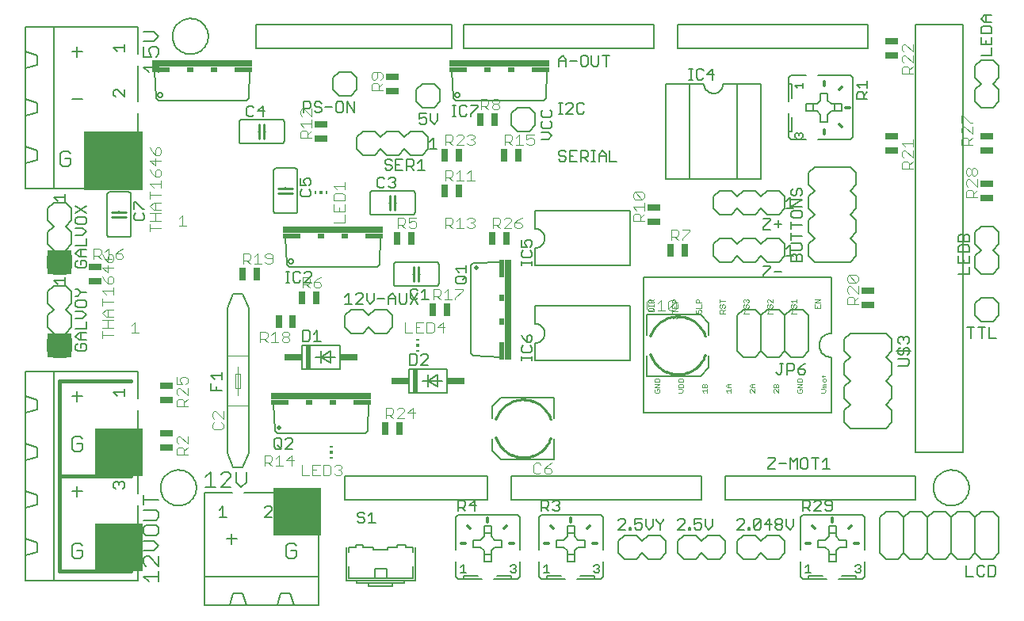
<source format=gto>
G75*
G70*
%OFA0B0*%
%FSLAX24Y24*%
%IPPOS*%
%LPD*%
%AMOC8*
5,1,8,0,0,1.08239X$1,22.5*
%
%ADD10C,0.0160*%
%ADD11C,0.0060*%
%ADD12R,0.2000X0.2000*%
%ADD13R,0.2500X0.2500*%
%ADD14R,0.1000X0.1000*%
%ADD15C,0.0050*%
%ADD16C,0.0200*%
%ADD17R,0.0300X0.4200*%
%ADD18R,0.0200X0.0750*%
%ADD19R,0.0200X0.0300*%
%ADD20R,0.4200X0.0300*%
%ADD21R,0.0750X0.0200*%
%ADD22R,0.0300X0.0200*%
%ADD23C,0.0040*%
%ADD24R,0.0551X0.0256*%
%ADD25R,0.0200X0.1000*%
%ADD26R,0.0750X0.0300*%
%ADD27R,0.0059X0.0118*%
%ADD28R,0.0118X0.0118*%
%ADD29C,0.0080*%
%ADD30C,0.0010*%
%ADD31C,0.0020*%
%ADD32R,0.0118X0.0059*%
%ADD33R,0.0256X0.0551*%
%ADD34C,0.0070*%
%ADD35C,0.0120*%
%ADD36C,0.0100*%
D10*
X007433Y007150D02*
X010433Y007150D01*
X007433Y007150D02*
X007433Y011150D01*
X007433Y015150D01*
X010433Y015150D01*
X010433Y011150D02*
X007433Y011150D01*
D11*
X005983Y007800D02*
X005983Y006750D01*
X007183Y006750D01*
X010733Y006750D01*
X010733Y007900D01*
X010733Y008400D02*
X010733Y009900D01*
X010733Y010400D02*
X010733Y011900D01*
X010733Y012400D02*
X010733Y013900D01*
X010733Y014400D02*
X010733Y015550D01*
X007183Y015550D01*
X005983Y015550D01*
X005983Y014500D01*
X005983Y013800D01*
X005983Y012500D01*
X005983Y011800D01*
X005983Y010500D01*
X006483Y010350D01*
X006483Y009950D01*
X005983Y009800D01*
X005983Y008500D01*
X006483Y008350D01*
X006483Y007950D01*
X005983Y007800D01*
X005983Y008500D01*
X005983Y009800D02*
X005983Y010500D01*
X005983Y011800D02*
X006483Y011950D01*
X006483Y012350D01*
X005983Y012500D01*
X005983Y013800D02*
X006483Y013950D01*
X006483Y014350D01*
X005983Y014500D01*
X007183Y015550D02*
X007183Y006750D01*
X008070Y007680D02*
X008284Y007680D01*
X008390Y007787D01*
X008390Y008000D01*
X008177Y008000D01*
X007963Y007787D02*
X008070Y007680D01*
X007963Y007787D02*
X007963Y008214D01*
X008070Y008321D01*
X008284Y008321D01*
X008390Y008214D01*
X008177Y010287D02*
X008177Y010714D01*
X008390Y010500D02*
X007963Y010500D01*
X008070Y012180D02*
X008284Y012180D01*
X008390Y012287D01*
X008390Y012500D01*
X008177Y012500D01*
X007963Y012287D02*
X008070Y012180D01*
X007963Y012287D02*
X007963Y012714D01*
X008070Y012821D01*
X008284Y012821D01*
X008390Y012714D01*
X008177Y014287D02*
X008177Y014714D01*
X008390Y014500D02*
X007963Y014500D01*
X007683Y016150D02*
X007183Y016150D01*
X006933Y016400D01*
X006933Y016900D01*
X007183Y017150D01*
X006933Y017400D01*
X006933Y017900D01*
X007183Y018150D01*
X006933Y018400D01*
X006933Y018900D01*
X007183Y019150D01*
X007683Y019150D01*
X007933Y018900D01*
X007933Y018400D01*
X007683Y018150D01*
X007933Y017900D01*
X007933Y017400D01*
X007683Y017150D01*
X007933Y016900D01*
X007933Y016400D01*
X007683Y016150D01*
X007683Y019650D02*
X007183Y019650D01*
X006933Y019900D01*
X006933Y020400D01*
X007183Y020650D01*
X006933Y020900D01*
X006933Y021400D01*
X007183Y021650D01*
X006933Y021900D01*
X006933Y022400D01*
X007183Y022650D01*
X007683Y022650D01*
X007933Y022400D01*
X007933Y021900D01*
X007683Y021650D01*
X007933Y021400D01*
X007933Y020900D01*
X007683Y020650D01*
X007933Y020400D01*
X007933Y019900D01*
X007683Y019650D01*
X009433Y021300D02*
X009433Y023000D01*
X009435Y023017D01*
X009439Y023034D01*
X009446Y023050D01*
X009456Y023064D01*
X009469Y023077D01*
X009483Y023087D01*
X009499Y023094D01*
X009516Y023098D01*
X009533Y023100D01*
X010333Y023100D01*
X010350Y023098D01*
X010367Y023094D01*
X010383Y023087D01*
X010397Y023077D01*
X010410Y023064D01*
X010420Y023050D01*
X010427Y023034D01*
X010431Y023017D01*
X010433Y023000D01*
X010433Y021300D01*
X010431Y021283D01*
X010427Y021266D01*
X010420Y021250D01*
X010410Y021236D01*
X010397Y021223D01*
X010383Y021213D01*
X010367Y021206D01*
X010350Y021202D01*
X010333Y021200D01*
X009533Y021200D01*
X009516Y021202D01*
X009499Y021206D01*
X009483Y021213D01*
X009469Y021223D01*
X009456Y021236D01*
X009446Y021250D01*
X009439Y021266D01*
X009435Y021283D01*
X009433Y021300D01*
X009933Y022000D02*
X009933Y022050D01*
X009933Y022250D02*
X009933Y022300D01*
X010733Y023250D02*
X007183Y023250D01*
X005983Y023250D01*
X005983Y024300D01*
X006483Y024450D01*
X006483Y024850D01*
X005983Y025000D01*
X005983Y024300D01*
X005983Y025000D02*
X005983Y026300D01*
X005983Y027000D01*
X006483Y026850D01*
X006483Y026450D01*
X005983Y026300D01*
X005983Y027000D02*
X005983Y028300D01*
X005983Y029000D01*
X006483Y028850D01*
X006483Y028450D01*
X005983Y028300D01*
X005983Y029000D02*
X005983Y030050D01*
X007183Y030050D01*
X007183Y023250D01*
X007570Y024180D02*
X007784Y024180D01*
X007890Y024287D01*
X007890Y024500D01*
X007677Y024500D01*
X007463Y024287D02*
X007463Y024714D01*
X007570Y024821D01*
X007784Y024821D01*
X007890Y024714D01*
X007463Y024287D02*
X007570Y024180D01*
X010733Y024400D02*
X010733Y023250D01*
X010733Y024900D02*
X010733Y026400D01*
X010733Y026900D02*
X010733Y028400D01*
X010733Y028900D02*
X010733Y030050D01*
X007183Y030050D01*
X008177Y029214D02*
X008177Y028787D01*
X007963Y029000D02*
X008390Y029000D01*
X008390Y027000D02*
X007963Y027000D01*
X014983Y026050D02*
X014983Y025250D01*
X014985Y025233D01*
X014989Y025216D01*
X014996Y025200D01*
X015006Y025186D01*
X015019Y025173D01*
X015033Y025163D01*
X015049Y025156D01*
X015066Y025152D01*
X015083Y025150D01*
X016783Y025150D01*
X016800Y025152D01*
X016817Y025156D01*
X016833Y025163D01*
X016847Y025173D01*
X016860Y025186D01*
X016870Y025200D01*
X016877Y025216D01*
X016881Y025233D01*
X016883Y025250D01*
X016883Y026050D01*
X016881Y026067D01*
X016877Y026084D01*
X016870Y026100D01*
X016860Y026114D01*
X016847Y026127D01*
X016833Y026137D01*
X016817Y026144D01*
X016800Y026148D01*
X016783Y026150D01*
X015083Y026150D01*
X015066Y026148D01*
X015049Y026144D01*
X015033Y026137D01*
X015019Y026127D01*
X015006Y026114D01*
X014996Y026100D01*
X014989Y026084D01*
X014985Y026067D01*
X014983Y026050D01*
X015783Y025650D02*
X015833Y025650D01*
X016033Y025650D02*
X016083Y025650D01*
X016533Y024100D02*
X017333Y024100D01*
X017350Y024098D01*
X017367Y024094D01*
X017383Y024087D01*
X017397Y024077D01*
X017410Y024064D01*
X017420Y024050D01*
X017427Y024034D01*
X017431Y024017D01*
X017433Y024000D01*
X017433Y022300D01*
X017431Y022283D01*
X017427Y022266D01*
X017420Y022250D01*
X017410Y022236D01*
X017397Y022223D01*
X017383Y022213D01*
X017367Y022206D01*
X017350Y022202D01*
X017333Y022200D01*
X016533Y022200D01*
X016516Y022202D01*
X016499Y022206D01*
X016483Y022213D01*
X016469Y022223D01*
X016456Y022236D01*
X016446Y022250D01*
X016439Y022266D01*
X016435Y022283D01*
X016433Y022300D01*
X016433Y024000D01*
X016435Y024017D01*
X016439Y024034D01*
X016446Y024050D01*
X016456Y024064D01*
X016469Y024077D01*
X016483Y024087D01*
X016499Y024094D01*
X016516Y024098D01*
X016533Y024100D01*
X016933Y023300D02*
X016933Y023250D01*
X016933Y023050D02*
X016933Y023000D01*
X019933Y024900D02*
X019933Y025400D01*
X020183Y025650D01*
X020683Y025650D01*
X020933Y025400D01*
X021183Y025650D01*
X021683Y025650D01*
X021933Y025400D01*
X022183Y025650D01*
X022683Y025650D01*
X022933Y025400D01*
X022933Y024900D01*
X022683Y024650D01*
X022183Y024650D01*
X021933Y024900D01*
X021683Y024650D01*
X021183Y024650D01*
X020933Y024900D01*
X020683Y024650D01*
X020183Y024650D01*
X019933Y024900D01*
X020583Y023150D02*
X022283Y023150D01*
X022300Y023148D01*
X022317Y023144D01*
X022333Y023137D01*
X022347Y023127D01*
X022360Y023114D01*
X022370Y023100D01*
X022377Y023084D01*
X022381Y023067D01*
X022383Y023050D01*
X022383Y022250D01*
X022381Y022233D01*
X022377Y022216D01*
X022370Y022200D01*
X022360Y022186D01*
X022347Y022173D01*
X022333Y022163D01*
X022317Y022156D01*
X022300Y022152D01*
X022283Y022150D01*
X020583Y022150D01*
X020566Y022152D01*
X020549Y022156D01*
X020533Y022163D01*
X020519Y022173D01*
X020506Y022186D01*
X020496Y022200D01*
X020489Y022216D01*
X020485Y022233D01*
X020483Y022250D01*
X020483Y023050D01*
X020485Y023067D01*
X020489Y023084D01*
X020496Y023100D01*
X020506Y023114D01*
X020519Y023127D01*
X020533Y023137D01*
X020549Y023144D01*
X020566Y023148D01*
X020583Y023150D01*
X021283Y022650D02*
X021333Y022650D01*
X021533Y022650D02*
X021583Y022650D01*
X021583Y020150D02*
X023283Y020150D01*
X023300Y020148D01*
X023317Y020144D01*
X023333Y020137D01*
X023347Y020127D01*
X023360Y020114D01*
X023370Y020100D01*
X023377Y020084D01*
X023381Y020067D01*
X023383Y020050D01*
X023383Y019250D01*
X023381Y019233D01*
X023377Y019216D01*
X023370Y019200D01*
X023360Y019186D01*
X023347Y019173D01*
X023333Y019163D01*
X023317Y019156D01*
X023300Y019152D01*
X023283Y019150D01*
X021583Y019150D01*
X021566Y019152D01*
X021549Y019156D01*
X021533Y019163D01*
X021519Y019173D01*
X021506Y019186D01*
X021496Y019200D01*
X021489Y019216D01*
X021485Y019233D01*
X021483Y019250D01*
X021483Y020050D01*
X021485Y020067D01*
X021489Y020084D01*
X021496Y020100D01*
X021506Y020114D01*
X021519Y020127D01*
X021533Y020137D01*
X021549Y020144D01*
X021566Y020148D01*
X021583Y020150D01*
X022283Y019650D02*
X022333Y019650D01*
X022533Y019650D02*
X022583Y019650D01*
X024733Y020000D02*
X024833Y020100D01*
X025983Y020150D01*
X027433Y020000D02*
X027433Y020750D01*
X027472Y020752D01*
X027511Y020758D01*
X027549Y020767D01*
X027586Y020780D01*
X027622Y020797D01*
X027655Y020817D01*
X027687Y020841D01*
X027716Y020867D01*
X027742Y020896D01*
X027766Y020928D01*
X027786Y020961D01*
X027803Y020997D01*
X027816Y021034D01*
X027825Y021072D01*
X027831Y021111D01*
X027833Y021150D01*
X027831Y021189D01*
X027825Y021228D01*
X027816Y021266D01*
X027803Y021303D01*
X027786Y021339D01*
X027766Y021372D01*
X027742Y021404D01*
X027716Y021433D01*
X027687Y021459D01*
X027655Y021483D01*
X027622Y021503D01*
X027586Y021520D01*
X027549Y021533D01*
X027511Y021542D01*
X027472Y021548D01*
X027433Y021550D01*
X027433Y022300D01*
X031433Y022300D01*
X031433Y020000D01*
X027433Y020000D01*
X027433Y018300D02*
X027433Y017550D01*
X027472Y017548D01*
X027511Y017542D01*
X027549Y017533D01*
X027586Y017520D01*
X027622Y017503D01*
X027655Y017483D01*
X027687Y017459D01*
X027716Y017433D01*
X027742Y017404D01*
X027766Y017372D01*
X027786Y017339D01*
X027803Y017303D01*
X027816Y017266D01*
X027825Y017228D01*
X027831Y017189D01*
X027833Y017150D01*
X027831Y017111D01*
X027825Y017072D01*
X027816Y017034D01*
X027803Y016997D01*
X027786Y016961D01*
X027766Y016928D01*
X027742Y016896D01*
X027716Y016867D01*
X027687Y016841D01*
X027655Y016817D01*
X027622Y016797D01*
X027586Y016780D01*
X027549Y016767D01*
X027511Y016758D01*
X027472Y016752D01*
X027433Y016750D01*
X027433Y016000D01*
X031433Y016000D01*
X031433Y018300D01*
X027433Y018300D01*
X024733Y020000D02*
X024733Y016300D01*
X024833Y016200D01*
X025983Y016150D01*
X023733Y015650D02*
X023733Y014650D01*
X022133Y014650D01*
X022133Y015650D01*
X023733Y015650D01*
X023333Y015400D02*
X022933Y015150D01*
X022933Y014900D01*
X022933Y015150D02*
X022933Y015400D01*
X022933Y015150D02*
X022683Y015150D01*
X022933Y015150D02*
X023533Y015150D01*
X023333Y014900D02*
X022933Y015150D01*
X023333Y015400D02*
X023333Y014900D01*
X020433Y014200D02*
X020383Y013050D01*
X020283Y012950D01*
X016583Y012950D01*
X016483Y013050D01*
X016433Y014200D01*
X017633Y015650D02*
X017633Y016650D01*
X019233Y016650D01*
X019233Y015650D01*
X017633Y015650D01*
X018183Y016150D02*
X018433Y016150D01*
X018433Y015900D01*
X018433Y016150D02*
X018433Y016400D01*
X018433Y016150D02*
X018833Y016400D01*
X018833Y015900D01*
X018433Y016150D01*
X019033Y016150D01*
X015383Y018200D02*
X015133Y018800D01*
X014733Y018800D01*
X014483Y018200D01*
X014483Y012100D01*
X014733Y011500D01*
X015133Y011500D01*
X015383Y012100D01*
X015383Y018200D01*
X015183Y010450D02*
X016683Y010450D01*
X017183Y010450D02*
X018333Y010450D01*
X018333Y006900D01*
X018333Y005700D01*
X017283Y005700D01*
X016583Y005700D01*
X016733Y006200D01*
X017133Y006200D01*
X017283Y005700D01*
X016583Y005700D02*
X015283Y005700D01*
X014583Y005700D01*
X014733Y006200D01*
X015133Y006200D01*
X015283Y005700D01*
X014583Y005700D02*
X013533Y005700D01*
X013533Y006900D01*
X018333Y006900D01*
X019483Y006750D02*
X021933Y006750D01*
X021933Y006650D01*
X021433Y006650D01*
X021433Y006500D01*
X020433Y006500D01*
X020433Y006650D01*
X021433Y006650D01*
X021183Y006850D02*
X022283Y006850D01*
X022283Y007350D01*
X022383Y006750D02*
X021933Y006750D01*
X022383Y006750D02*
X022383Y008150D01*
X022283Y008150D02*
X022283Y007950D01*
X022283Y008150D02*
X021983Y008150D01*
X021983Y008250D01*
X021633Y008250D01*
X021633Y008150D01*
X021233Y008150D01*
X021233Y008050D01*
X020633Y008050D01*
X020633Y008150D01*
X020183Y008150D01*
X020183Y008250D01*
X019883Y008250D01*
X019883Y008150D01*
X019583Y008150D01*
X019583Y007950D01*
X019483Y008150D02*
X019483Y006750D01*
X019583Y006850D02*
X019583Y007350D01*
X019583Y006850D02*
X020683Y006850D01*
X021183Y006850D01*
X021183Y007250D01*
X020683Y007250D01*
X020683Y006850D01*
X020433Y006650D02*
X019933Y006650D01*
X019933Y006750D01*
X017390Y007787D02*
X017390Y008000D01*
X017177Y008000D01*
X017390Y007787D02*
X017284Y007680D01*
X017070Y007680D01*
X016963Y007787D01*
X016963Y008214D01*
X017070Y008321D01*
X017284Y008321D01*
X017390Y008214D01*
X014890Y008500D02*
X014463Y008500D01*
X014677Y008287D02*
X014677Y008714D01*
X014683Y010450D02*
X013533Y010450D01*
X013533Y006900D01*
X024083Y006900D02*
X024083Y007550D01*
X024083Y008050D02*
X024083Y009400D01*
X024183Y009500D01*
X026683Y009500D01*
X026783Y009400D01*
X026783Y008050D01*
X026783Y007550D02*
X026783Y006900D01*
X026683Y006800D01*
X026433Y006800D01*
X025683Y006800D01*
X025833Y006950D02*
X026433Y006950D01*
X026433Y006800D01*
X025583Y007550D02*
X025583Y007850D01*
X025583Y008000D01*
X025733Y008150D01*
X026033Y008150D01*
X026033Y008450D01*
X025733Y008450D01*
X025583Y008600D01*
X025583Y008750D01*
X025583Y009050D01*
X025283Y009050D01*
X025283Y008750D01*
X025283Y008600D01*
X025133Y008450D01*
X024833Y008450D01*
X024833Y008150D01*
X025133Y008150D01*
X025283Y008000D01*
X025283Y007850D01*
X025283Y007550D01*
X025583Y007550D01*
X025583Y007850D02*
X025283Y007850D01*
X025283Y008750D02*
X025583Y008750D01*
X027583Y009400D02*
X027583Y008050D01*
X027583Y007550D02*
X027583Y006900D01*
X027683Y006800D01*
X027933Y006800D01*
X028683Y006800D01*
X028533Y006950D02*
X027933Y006950D01*
X027933Y006800D01*
X028783Y007550D02*
X028783Y007850D01*
X029083Y007850D01*
X029083Y008000D01*
X029233Y008150D01*
X029533Y008150D01*
X029533Y008450D01*
X029233Y008450D01*
X029083Y008600D01*
X029083Y008750D01*
X029083Y009050D01*
X028783Y009050D01*
X028783Y008750D01*
X028783Y008600D01*
X028633Y008450D01*
X028333Y008450D01*
X028333Y008150D01*
X028633Y008150D01*
X028783Y008000D01*
X028783Y007850D01*
X028783Y007550D02*
X029083Y007550D01*
X029083Y007850D01*
X029083Y008750D02*
X028783Y008750D01*
X027683Y009500D02*
X027583Y009400D01*
X027683Y009500D02*
X030183Y009500D01*
X030283Y009400D01*
X030283Y008050D01*
X030283Y007550D02*
X030283Y006900D01*
X030183Y006800D01*
X029933Y006800D01*
X029183Y006800D01*
X029333Y006950D02*
X029933Y006950D01*
X029933Y006800D01*
X025183Y006800D02*
X024433Y006800D01*
X024433Y006950D01*
X025033Y006950D01*
X024433Y006800D02*
X024183Y006800D01*
X024083Y006900D01*
X031983Y013800D02*
X039883Y013800D01*
X039883Y016150D01*
X039839Y016152D01*
X039796Y016158D01*
X039754Y016167D01*
X039712Y016180D01*
X039672Y016197D01*
X039633Y016217D01*
X039596Y016240D01*
X039562Y016267D01*
X039529Y016296D01*
X039500Y016329D01*
X039473Y016363D01*
X039450Y016400D01*
X039430Y016439D01*
X039413Y016479D01*
X039400Y016521D01*
X039391Y016563D01*
X039385Y016606D01*
X039383Y016650D01*
X039385Y016694D01*
X039391Y016737D01*
X039400Y016779D01*
X039413Y016821D01*
X039430Y016861D01*
X039450Y016900D01*
X039473Y016937D01*
X039500Y016971D01*
X039529Y017004D01*
X039562Y017033D01*
X039596Y017060D01*
X039633Y017083D01*
X039672Y017103D01*
X039712Y017120D01*
X039754Y017133D01*
X039796Y017142D01*
X039839Y017148D01*
X039883Y017150D01*
X039883Y019500D01*
X031983Y019500D01*
X031983Y013800D01*
X035933Y016400D02*
X036183Y016150D01*
X036683Y016150D01*
X036933Y016400D01*
X036933Y017900D01*
X036683Y018150D01*
X036183Y018150D01*
X035933Y017900D01*
X035933Y016400D01*
X036933Y016400D02*
X037183Y016150D01*
X037683Y016150D01*
X037933Y016400D01*
X037933Y017900D01*
X037683Y018150D01*
X037183Y018150D01*
X036933Y017900D01*
X037933Y017900D02*
X038183Y018150D01*
X038683Y018150D01*
X038933Y017900D01*
X038933Y016400D01*
X038683Y016150D01*
X038183Y016150D01*
X037933Y016400D01*
X040433Y016400D02*
X040683Y016150D01*
X040433Y015900D01*
X040433Y015400D01*
X040683Y015150D01*
X040433Y014900D01*
X040433Y014400D01*
X040683Y014150D01*
X040433Y013900D01*
X040433Y013400D01*
X040683Y013150D01*
X042183Y013150D01*
X042433Y013400D01*
X042433Y013900D01*
X042183Y014150D01*
X042433Y014400D01*
X042433Y014900D01*
X042183Y015150D01*
X042433Y015400D01*
X042433Y015900D01*
X042183Y016150D01*
X042433Y016400D01*
X042433Y016900D01*
X042183Y017150D01*
X040683Y017150D01*
X040433Y016900D01*
X040433Y016400D01*
X040683Y020150D02*
X039183Y020150D01*
X038933Y020400D01*
X038933Y020900D01*
X039183Y021150D01*
X038933Y021400D01*
X038933Y021900D01*
X039183Y022150D01*
X038933Y022400D01*
X038933Y022900D01*
X039183Y023150D01*
X038933Y023400D01*
X038933Y023900D01*
X039183Y024150D01*
X040683Y024150D01*
X040933Y023900D01*
X040933Y023400D01*
X040683Y023150D01*
X040933Y022900D01*
X040933Y022400D01*
X040683Y022150D01*
X040933Y021900D01*
X040933Y021400D01*
X040683Y021150D01*
X040933Y020900D01*
X040933Y020400D01*
X040683Y020150D01*
X037933Y020400D02*
X037683Y020150D01*
X037183Y020150D01*
X036933Y020400D01*
X036683Y020150D01*
X036183Y020150D01*
X035933Y020400D01*
X035683Y020150D01*
X035183Y020150D01*
X034933Y020400D01*
X034933Y020900D01*
X035183Y021150D01*
X035683Y021150D01*
X035933Y020900D01*
X036183Y021150D01*
X036683Y021150D01*
X036933Y020900D01*
X037183Y021150D01*
X037683Y021150D01*
X037933Y020900D01*
X037933Y020400D01*
X037683Y022150D02*
X037183Y022150D01*
X036933Y022400D01*
X036683Y022150D01*
X036183Y022150D01*
X035933Y022400D01*
X035683Y022150D01*
X035183Y022150D01*
X034933Y022400D01*
X034933Y022900D01*
X035183Y023150D01*
X035683Y023150D01*
X035933Y022900D01*
X036183Y023150D01*
X036683Y023150D01*
X036933Y022900D01*
X037183Y023150D01*
X037683Y023150D01*
X037933Y022900D01*
X037933Y022400D01*
X037683Y022150D01*
X036933Y023650D02*
X035933Y023650D01*
X033933Y023650D01*
X032933Y023650D01*
X032933Y027650D01*
X033933Y027650D01*
X034533Y027650D01*
X034535Y027611D01*
X034541Y027572D01*
X034550Y027534D01*
X034563Y027497D01*
X034580Y027461D01*
X034600Y027428D01*
X034624Y027396D01*
X034650Y027367D01*
X034679Y027341D01*
X034711Y027317D01*
X034744Y027297D01*
X034780Y027280D01*
X034817Y027267D01*
X034855Y027258D01*
X034894Y027252D01*
X034933Y027250D01*
X034972Y027252D01*
X035011Y027258D01*
X035049Y027267D01*
X035086Y027280D01*
X035122Y027297D01*
X035155Y027317D01*
X035187Y027341D01*
X035216Y027367D01*
X035242Y027396D01*
X035266Y027428D01*
X035286Y027461D01*
X035303Y027497D01*
X035316Y027534D01*
X035325Y027572D01*
X035331Y027611D01*
X035333Y027650D01*
X035933Y027650D01*
X035933Y023650D01*
X036933Y023650D02*
X036933Y027650D01*
X035933Y027650D01*
X033933Y027650D02*
X033933Y023650D01*
X038083Y025400D02*
X038083Y025650D01*
X038083Y026400D01*
X038233Y026250D02*
X038233Y025650D01*
X038083Y025650D01*
X038083Y025400D02*
X038183Y025300D01*
X038833Y025300D01*
X039333Y025300D02*
X040683Y025300D01*
X040783Y025400D01*
X040783Y027900D01*
X040683Y028000D01*
X039333Y028000D01*
X038833Y028000D02*
X038183Y028000D01*
X038083Y027900D01*
X038083Y027650D01*
X038083Y026900D01*
X038233Y027050D02*
X038233Y027650D01*
X038083Y027650D01*
X038833Y026800D02*
X039133Y026800D01*
X039133Y026500D01*
X039283Y026500D01*
X039433Y026350D01*
X039433Y026050D01*
X039733Y026050D01*
X039733Y026350D01*
X039883Y026500D01*
X040033Y026500D01*
X040333Y026500D01*
X040333Y026800D01*
X040033Y026800D01*
X039883Y026800D01*
X039733Y026950D01*
X039733Y027250D01*
X039433Y027250D01*
X039433Y026950D01*
X039283Y026800D01*
X039133Y026800D01*
X038833Y026800D02*
X038833Y026500D01*
X039133Y026500D01*
X040033Y026500D02*
X040033Y026800D01*
X046183Y018650D02*
X046683Y018650D01*
X046933Y018400D01*
X046933Y017900D01*
X046683Y017650D01*
X046183Y017650D01*
X045933Y017900D01*
X045933Y018400D01*
X046183Y018650D01*
X046183Y009650D02*
X046683Y009650D01*
X046933Y009400D01*
X046933Y007900D01*
X046683Y007650D01*
X046183Y007650D01*
X045933Y007900D01*
X045933Y009400D01*
X045683Y009650D01*
X045183Y009650D01*
X044933Y009400D01*
X044933Y007900D01*
X044683Y007650D01*
X044183Y007650D01*
X043933Y007900D01*
X043933Y009400D01*
X043683Y009650D01*
X043183Y009650D01*
X042933Y009400D01*
X042683Y009650D01*
X042183Y009650D01*
X041933Y009400D01*
X041933Y007900D01*
X042183Y007650D01*
X042683Y007650D01*
X042933Y007900D01*
X042933Y009400D01*
X043933Y009400D02*
X044183Y009650D01*
X044683Y009650D01*
X044933Y009400D01*
X045933Y009400D02*
X046183Y009650D01*
X045933Y007900D02*
X045683Y007650D01*
X045183Y007650D01*
X044933Y007900D01*
X043933Y007900D02*
X043683Y007650D01*
X043183Y007650D01*
X042933Y007900D01*
X041283Y008050D02*
X041283Y009400D01*
X041183Y009500D01*
X038683Y009500D01*
X038583Y009400D01*
X038583Y008050D01*
X038583Y007550D02*
X038583Y006900D01*
X038683Y006800D01*
X038933Y006800D01*
X039683Y006800D01*
X039533Y006950D02*
X038933Y006950D01*
X038933Y006800D01*
X039783Y007550D02*
X039783Y007850D01*
X040083Y007850D01*
X040083Y008000D01*
X040233Y008150D01*
X040533Y008150D01*
X040533Y008450D01*
X040233Y008450D01*
X040083Y008600D01*
X040083Y008750D01*
X040083Y009050D01*
X039783Y009050D01*
X039783Y008750D01*
X039783Y008600D01*
X039633Y008450D01*
X039333Y008450D01*
X039333Y008150D01*
X039633Y008150D01*
X039783Y008000D01*
X039783Y007850D01*
X039783Y007550D02*
X040083Y007550D01*
X040083Y007850D01*
X040083Y008750D02*
X039783Y008750D01*
X041283Y007550D02*
X041283Y006900D01*
X041183Y006800D01*
X040933Y006800D01*
X040183Y006800D01*
X040333Y006950D02*
X040933Y006950D01*
X040933Y006800D01*
X027183Y025650D02*
X026683Y025650D01*
X026433Y025900D01*
X026433Y026400D01*
X026683Y026650D01*
X027183Y026650D01*
X027433Y026400D01*
X027433Y025900D01*
X027183Y025650D01*
X023433Y026900D02*
X023183Y026650D01*
X022683Y026650D01*
X022433Y026900D01*
X022433Y027400D01*
X022683Y027650D01*
X023183Y027650D01*
X023433Y027400D01*
X023433Y026900D01*
X019933Y027400D02*
X019683Y027150D01*
X019183Y027150D01*
X018933Y027400D01*
X018933Y027900D01*
X019183Y028150D01*
X019683Y028150D01*
X019933Y027900D01*
X019933Y027400D01*
D12*
X009933Y012150D03*
X009933Y008150D03*
X017433Y009650D03*
D13*
X009683Y024400D03*
D14*
X007433Y020150D03*
X007433Y016650D03*
D15*
X008108Y016638D02*
X008183Y016713D01*
X008108Y016638D02*
X008108Y016488D01*
X008183Y016413D01*
X008483Y016413D01*
X008558Y016488D01*
X008558Y016638D01*
X008483Y016713D01*
X008333Y016713D01*
X008333Y016563D01*
X008333Y016873D02*
X008333Y017173D01*
X008258Y017173D02*
X008558Y017173D01*
X008558Y017333D02*
X008558Y017634D01*
X008408Y017794D02*
X008558Y017944D01*
X008408Y018094D01*
X008108Y018094D01*
X008183Y018254D02*
X008483Y018254D01*
X008558Y018329D01*
X008558Y018479D01*
X008483Y018554D01*
X008183Y018554D01*
X008108Y018479D01*
X008108Y018329D01*
X008183Y018254D01*
X008183Y018715D02*
X008333Y018865D01*
X008558Y018865D01*
X008333Y018865D02*
X008183Y019015D01*
X008108Y019015D01*
X008108Y018715D02*
X008183Y018715D01*
X007658Y019215D02*
X007658Y019515D01*
X007658Y019365D02*
X007208Y019365D01*
X007358Y019215D01*
X008108Y019988D02*
X008183Y019913D01*
X008483Y019913D01*
X008558Y019988D01*
X008558Y020138D01*
X008483Y020213D01*
X008333Y020213D01*
X008333Y020063D01*
X008183Y020213D02*
X008108Y020138D01*
X008108Y019988D01*
X008258Y020373D02*
X008108Y020523D01*
X008258Y020673D01*
X008558Y020673D01*
X008558Y020833D02*
X008108Y020833D01*
X008333Y020673D02*
X008333Y020373D01*
X008258Y020373D02*
X008558Y020373D01*
X008558Y020833D02*
X008558Y021134D01*
X008408Y021294D02*
X008108Y021294D01*
X008108Y021594D02*
X008408Y021594D01*
X008558Y021444D01*
X008408Y021294D01*
X008483Y021754D02*
X008183Y021754D01*
X008108Y021829D01*
X008108Y021979D01*
X008183Y022054D01*
X008483Y022054D01*
X008558Y021979D01*
X008558Y021829D01*
X008483Y021754D01*
X008558Y022215D02*
X008108Y022515D01*
X008108Y022215D02*
X008558Y022515D01*
X007658Y022715D02*
X007658Y023015D01*
X007658Y022865D02*
X007208Y022865D01*
X007358Y022715D01*
X010558Y022665D02*
X010558Y022365D01*
X010633Y022204D02*
X010558Y022129D01*
X010558Y021979D01*
X010633Y021904D01*
X010933Y021904D01*
X011008Y021979D01*
X011008Y022129D01*
X010933Y022204D01*
X010933Y022365D02*
X011008Y022365D01*
X010933Y022365D02*
X010633Y022665D01*
X010558Y022665D01*
X010083Y025115D02*
X010158Y025190D01*
X010158Y025340D01*
X010083Y025415D01*
X010008Y025415D01*
X009933Y025340D01*
X009933Y025265D01*
X009933Y025340D02*
X009858Y025415D01*
X009783Y025415D01*
X009708Y025340D01*
X009708Y025190D01*
X009783Y025115D01*
X011583Y026950D02*
X011483Y027050D01*
X011433Y028200D01*
X011563Y027190D02*
X011565Y027210D01*
X011571Y027228D01*
X011580Y027246D01*
X011592Y027261D01*
X011607Y027273D01*
X011625Y027282D01*
X011643Y027288D01*
X011663Y027290D01*
X011683Y027288D01*
X011701Y027282D01*
X011719Y027273D01*
X011734Y027261D01*
X011746Y027246D01*
X011755Y027228D01*
X011761Y027210D01*
X011763Y027190D01*
X011761Y027170D01*
X011755Y027152D01*
X011746Y027134D01*
X011734Y027119D01*
X011719Y027107D01*
X011701Y027098D01*
X011683Y027092D01*
X011663Y027090D01*
X011643Y027092D01*
X011625Y027098D01*
X011607Y027107D01*
X011592Y027119D01*
X011580Y027134D01*
X011571Y027152D01*
X011565Y027170D01*
X011563Y027190D01*
X011583Y026950D02*
X015283Y026950D01*
X015383Y027050D01*
X015433Y028200D01*
X015683Y029150D02*
X015683Y030150D01*
X023933Y030150D01*
X023933Y029150D01*
X015683Y029150D01*
X015534Y026725D02*
X015383Y026725D01*
X015308Y026650D01*
X015308Y026350D01*
X015383Y026275D01*
X015534Y026275D01*
X015609Y026350D01*
X015769Y026500D02*
X016069Y026500D01*
X015994Y026275D02*
X015994Y026725D01*
X015769Y026500D01*
X015609Y026650D02*
X015534Y026725D01*
X017686Y026605D02*
X017912Y026605D01*
X017987Y026680D01*
X017987Y026830D01*
X017912Y026905D01*
X017686Y026905D01*
X017686Y026455D01*
X018147Y026530D02*
X018222Y026455D01*
X018372Y026455D01*
X018447Y026530D01*
X018447Y026605D01*
X018372Y026680D01*
X018222Y026680D01*
X018147Y026755D01*
X018147Y026830D01*
X018222Y026905D01*
X018372Y026905D01*
X018447Y026830D01*
X018607Y026680D02*
X018907Y026680D01*
X019068Y026530D02*
X019143Y026455D01*
X019293Y026455D01*
X019368Y026530D01*
X019368Y026830D01*
X019293Y026905D01*
X019143Y026905D01*
X019068Y026830D01*
X019068Y026530D01*
X019528Y026455D02*
X019528Y026905D01*
X019828Y026455D01*
X019828Y026905D01*
X022568Y026405D02*
X022568Y026180D01*
X022718Y026255D01*
X022793Y026255D01*
X022868Y026180D01*
X022868Y026030D01*
X022793Y025955D01*
X022643Y025955D01*
X022568Y026030D01*
X022568Y026405D02*
X022868Y026405D01*
X023028Y026405D02*
X023028Y026105D01*
X023178Y025955D01*
X023328Y026105D01*
X023328Y026405D01*
X023958Y026295D02*
X024108Y026295D01*
X024033Y026295D02*
X024033Y026745D01*
X023958Y026745D02*
X024108Y026745D01*
X024265Y026670D02*
X024340Y026745D01*
X024490Y026745D01*
X024566Y026670D01*
X024726Y026745D02*
X025026Y026745D01*
X025026Y026670D01*
X024726Y026370D01*
X024726Y026295D01*
X024566Y026370D02*
X024490Y026295D01*
X024340Y026295D01*
X024265Y026370D01*
X024265Y026670D01*
X024083Y026950D02*
X023983Y027050D01*
X023933Y028200D01*
X024433Y029150D02*
X024433Y030150D01*
X032433Y030150D01*
X032433Y029150D01*
X024433Y029150D01*
X024063Y027190D02*
X024065Y027210D01*
X024071Y027228D01*
X024080Y027246D01*
X024092Y027261D01*
X024107Y027273D01*
X024125Y027282D01*
X024143Y027288D01*
X024163Y027290D01*
X024183Y027288D01*
X024201Y027282D01*
X024219Y027273D01*
X024234Y027261D01*
X024246Y027246D01*
X024255Y027228D01*
X024261Y027210D01*
X024263Y027190D01*
X024261Y027170D01*
X024255Y027152D01*
X024246Y027134D01*
X024234Y027119D01*
X024219Y027107D01*
X024201Y027098D01*
X024183Y027092D01*
X024163Y027090D01*
X024143Y027092D01*
X024125Y027098D01*
X024107Y027107D01*
X024092Y027119D01*
X024080Y027134D01*
X024071Y027152D01*
X024065Y027170D01*
X024063Y027190D01*
X024083Y026950D02*
X027783Y026950D01*
X027883Y027050D01*
X027933Y028200D01*
X028428Y028395D02*
X028428Y028695D01*
X028578Y028845D01*
X028729Y028695D01*
X028729Y028395D01*
X028729Y028620D02*
X028428Y028620D01*
X028889Y028620D02*
X029189Y028620D01*
X029349Y028770D02*
X029349Y028470D01*
X029424Y028395D01*
X029574Y028395D01*
X029649Y028470D01*
X029649Y028770D01*
X029574Y028845D01*
X029424Y028845D01*
X029349Y028770D01*
X029810Y028845D02*
X029810Y028470D01*
X029885Y028395D01*
X030035Y028395D01*
X030110Y028470D01*
X030110Y028845D01*
X030270Y028845D02*
X030570Y028845D01*
X030420Y028845D02*
X030420Y028395D01*
X029421Y026845D02*
X029271Y026845D01*
X029196Y026770D01*
X029196Y026470D01*
X029271Y026395D01*
X029421Y026395D01*
X029496Y026470D01*
X029496Y026770D02*
X029421Y026845D01*
X029036Y026770D02*
X028960Y026845D01*
X028810Y026845D01*
X028735Y026770D01*
X028578Y026845D02*
X028428Y026845D01*
X028503Y026845D02*
X028503Y026395D01*
X028428Y026395D02*
X028578Y026395D01*
X028735Y026395D02*
X029036Y026695D01*
X029036Y026770D01*
X029036Y026395D02*
X028735Y026395D01*
X028128Y026320D02*
X028128Y026470D01*
X028053Y026545D01*
X028128Y026320D02*
X028053Y026245D01*
X027753Y026245D01*
X027678Y026320D01*
X027678Y026470D01*
X027753Y026545D01*
X027753Y026084D02*
X027678Y026009D01*
X027678Y025859D01*
X027753Y025784D01*
X028053Y025784D01*
X028128Y025859D01*
X028128Y026009D01*
X028053Y026084D01*
X027978Y025624D02*
X027678Y025624D01*
X027678Y025324D02*
X027978Y025324D01*
X028128Y025474D01*
X027978Y025624D01*
X028503Y024845D02*
X028428Y024770D01*
X028428Y024695D01*
X028503Y024620D01*
X028654Y024620D01*
X028729Y024545D01*
X028729Y024470D01*
X028654Y024395D01*
X028503Y024395D01*
X028428Y024470D01*
X028503Y024845D02*
X028654Y024845D01*
X028729Y024770D01*
X028889Y024845D02*
X028889Y024395D01*
X029189Y024395D01*
X029349Y024395D02*
X029349Y024845D01*
X029574Y024845D01*
X029649Y024770D01*
X029649Y024620D01*
X029574Y024545D01*
X029349Y024545D01*
X029499Y024545D02*
X029649Y024395D01*
X029810Y024395D02*
X029960Y024395D01*
X029885Y024395D02*
X029885Y024845D01*
X029810Y024845D02*
X029960Y024845D01*
X030116Y024695D02*
X030116Y024395D01*
X030116Y024620D02*
X030417Y024620D01*
X030417Y024695D02*
X030417Y024395D01*
X030577Y024395D02*
X030877Y024395D01*
X030577Y024395D02*
X030577Y024845D01*
X030417Y024695D02*
X030267Y024845D01*
X030116Y024695D01*
X029189Y024845D02*
X028889Y024845D01*
X028889Y024620D02*
X029039Y024620D01*
X033908Y027825D02*
X034058Y027825D01*
X033983Y027825D02*
X033983Y028275D01*
X033908Y028275D02*
X034058Y028275D01*
X034215Y028200D02*
X034215Y027900D01*
X034290Y027825D01*
X034440Y027825D01*
X034516Y027900D01*
X034676Y028050D02*
X034976Y028050D01*
X034901Y027825D02*
X034901Y028275D01*
X034676Y028050D01*
X034516Y028200D02*
X034440Y028275D01*
X034290Y028275D01*
X034215Y028200D01*
X033433Y029150D02*
X041433Y029150D01*
X041433Y030150D01*
X033433Y030150D01*
X033433Y029150D01*
X038358Y027579D02*
X038698Y027579D01*
X038698Y027466D02*
X038698Y027693D01*
X038471Y027466D02*
X038358Y027579D01*
X038415Y025593D02*
X038471Y025593D01*
X038528Y025536D01*
X038585Y025593D01*
X038642Y025593D01*
X038698Y025536D01*
X038698Y025423D01*
X038642Y025366D01*
X038528Y025479D02*
X038528Y025536D01*
X038415Y025593D02*
X038358Y025536D01*
X038358Y025423D01*
X038415Y025366D01*
X040958Y027004D02*
X040958Y027229D01*
X041033Y027304D01*
X041183Y027304D01*
X041258Y027229D01*
X041258Y027004D01*
X041408Y027004D02*
X040958Y027004D01*
X041258Y027154D02*
X041408Y027304D01*
X041408Y027465D02*
X041408Y027765D01*
X041408Y027615D02*
X040958Y027615D01*
X041108Y027465D01*
X043433Y030150D02*
X043433Y012150D01*
X045433Y012150D01*
X045433Y030150D01*
X043433Y030150D01*
X046178Y030009D02*
X046178Y029784D01*
X046628Y029784D01*
X046628Y030009D01*
X046553Y030084D01*
X046253Y030084D01*
X046178Y030009D01*
X046328Y030245D02*
X046178Y030395D01*
X046328Y030545D01*
X046628Y030545D01*
X046403Y030545D02*
X046403Y030245D01*
X046328Y030245D02*
X046628Y030245D01*
X046628Y029624D02*
X046628Y029324D01*
X046178Y029324D01*
X046178Y029624D01*
X046403Y029474D02*
X046403Y029324D01*
X046628Y029164D02*
X046628Y028863D01*
X046178Y028863D01*
X038658Y023163D02*
X038658Y023012D01*
X038583Y022937D01*
X038433Y023012D02*
X038358Y022937D01*
X038283Y022937D01*
X038208Y023012D01*
X038208Y023163D01*
X038283Y023238D01*
X038433Y023163D02*
X038508Y023238D01*
X038583Y023238D01*
X038658Y023163D01*
X038433Y023163D02*
X038433Y023012D01*
X038148Y022875D02*
X038148Y022425D01*
X038208Y022477D02*
X038658Y022777D01*
X038208Y022777D01*
X038148Y022875D02*
X037998Y022725D01*
X037998Y022425D02*
X038298Y022425D01*
X038208Y022477D02*
X038658Y022477D01*
X038583Y022317D02*
X038283Y022317D01*
X038208Y022242D01*
X038208Y022092D01*
X038283Y022017D01*
X038583Y022017D01*
X038658Y022092D01*
X038658Y022242D01*
X038583Y022317D01*
X038208Y021856D02*
X038208Y021556D01*
X038208Y021706D02*
X038658Y021706D01*
X038658Y021246D02*
X038208Y021246D01*
X038208Y021096D02*
X038208Y021396D01*
X038208Y020936D02*
X038583Y020936D01*
X038658Y020861D01*
X038658Y020710D01*
X038583Y020635D01*
X038208Y020635D01*
X038283Y020475D02*
X038358Y020475D01*
X038433Y020400D01*
X038433Y020175D01*
X038658Y020175D02*
X038208Y020175D01*
X038208Y020400D01*
X038283Y020475D01*
X038298Y020425D02*
X037998Y020425D01*
X038148Y020425D02*
X038148Y020875D01*
X037998Y020725D01*
X038433Y020400D02*
X038508Y020475D01*
X038583Y020475D01*
X038658Y020400D01*
X038658Y020175D01*
X037798Y019750D02*
X037498Y019750D01*
X037338Y019900D02*
X037038Y019600D01*
X037038Y019525D01*
X037338Y019525D01*
X037338Y019900D02*
X037338Y019975D01*
X037038Y019975D01*
X037038Y021525D02*
X037338Y021525D01*
X037498Y021750D02*
X037798Y021750D01*
X037648Y021900D02*
X037648Y021600D01*
X037338Y021900D02*
X037038Y021600D01*
X037038Y021525D01*
X037038Y021975D02*
X037338Y021975D01*
X037338Y021900D01*
X042708Y016940D02*
X042783Y017015D01*
X042858Y017015D01*
X042933Y016940D01*
X043008Y017015D01*
X043083Y017015D01*
X043158Y016940D01*
X043158Y016790D01*
X043083Y016715D01*
X043083Y016554D02*
X043008Y016554D01*
X042933Y016479D01*
X042933Y016329D01*
X042858Y016254D01*
X042783Y016254D01*
X042708Y016329D01*
X042708Y016479D01*
X042783Y016554D01*
X042783Y016715D02*
X042708Y016790D01*
X042708Y016940D01*
X042933Y016940D02*
X042933Y016865D01*
X043083Y016554D02*
X043158Y016479D01*
X043158Y016329D01*
X043083Y016254D01*
X043083Y016094D02*
X042708Y016094D01*
X042708Y015794D02*
X043083Y015794D01*
X043158Y015869D01*
X043158Y016019D01*
X043083Y016094D01*
X043233Y016404D02*
X042633Y016404D01*
X045607Y017405D02*
X045907Y017405D01*
X045757Y017405D02*
X045757Y016955D01*
X046218Y016955D02*
X046218Y017405D01*
X046068Y017405D02*
X046368Y017405D01*
X046528Y017405D02*
X046528Y016955D01*
X046828Y016955D01*
X045688Y019645D02*
X045238Y019645D01*
X045688Y019645D02*
X045688Y019945D01*
X045688Y020105D02*
X045238Y020105D01*
X045238Y020406D01*
X045238Y020566D02*
X045238Y020791D01*
X045313Y020866D01*
X045613Y020866D01*
X045688Y020791D01*
X045688Y020566D01*
X045238Y020566D01*
X045463Y020256D02*
X045463Y020105D01*
X045688Y020105D02*
X045688Y020406D01*
X045688Y021026D02*
X045238Y021026D01*
X045238Y021251D01*
X045313Y021326D01*
X045388Y021326D01*
X045463Y021251D01*
X045463Y021026D01*
X045688Y021026D02*
X045688Y021251D01*
X045613Y021326D01*
X045538Y021326D01*
X045463Y021251D01*
X038798Y015875D02*
X038648Y015800D01*
X038498Y015650D01*
X038723Y015650D01*
X038798Y015575D01*
X038798Y015500D01*
X038723Y015425D01*
X038573Y015425D01*
X038498Y015500D01*
X038498Y015650D01*
X038338Y015650D02*
X038263Y015575D01*
X038038Y015575D01*
X038038Y015425D02*
X038038Y015875D01*
X038263Y015875D01*
X038338Y015800D01*
X038338Y015650D01*
X037877Y015875D02*
X037727Y015875D01*
X037802Y015875D02*
X037802Y015500D01*
X037727Y015425D01*
X037652Y015425D01*
X037577Y015500D01*
X037526Y011905D02*
X037226Y011905D01*
X037526Y011905D02*
X037526Y011830D01*
X037226Y011530D01*
X037226Y011455D01*
X037526Y011455D01*
X037686Y011680D02*
X037987Y011680D01*
X038147Y011455D02*
X038147Y011905D01*
X038297Y011755D01*
X038447Y011905D01*
X038447Y011455D01*
X038607Y011530D02*
X038682Y011455D01*
X038832Y011455D01*
X038907Y011530D01*
X038907Y011830D01*
X038832Y011905D01*
X038682Y011905D01*
X038607Y011830D01*
X038607Y011530D01*
X039068Y011905D02*
X039368Y011905D01*
X039218Y011905D02*
X039218Y011455D01*
X039528Y011455D02*
X039828Y011455D01*
X039678Y011455D02*
X039678Y011905D01*
X039528Y011755D01*
X039394Y010125D02*
X039244Y010125D01*
X039169Y010050D01*
X039009Y010050D02*
X039009Y009900D01*
X038934Y009825D01*
X038708Y009825D01*
X038708Y009675D02*
X038708Y010125D01*
X038934Y010125D01*
X039009Y010050D01*
X038858Y009825D02*
X039009Y009675D01*
X039169Y009675D02*
X039469Y009975D01*
X039469Y010050D01*
X039394Y010125D01*
X039629Y010050D02*
X039629Y009975D01*
X039704Y009900D01*
X039929Y009900D01*
X039929Y009750D02*
X039929Y010050D01*
X039854Y010125D01*
X039704Y010125D01*
X039629Y010050D01*
X039629Y009750D02*
X039704Y009675D01*
X039854Y009675D01*
X039929Y009750D01*
X039469Y009675D02*
X039169Y009675D01*
X038300Y009345D02*
X038300Y009045D01*
X038150Y008895D01*
X038000Y009045D01*
X038000Y009345D01*
X037840Y009270D02*
X037840Y009195D01*
X037765Y009120D01*
X037615Y009120D01*
X037540Y009195D01*
X037540Y009270D01*
X037615Y009345D01*
X037765Y009345D01*
X037840Y009270D01*
X037765Y009120D02*
X037840Y009045D01*
X037840Y008970D01*
X037765Y008895D01*
X037615Y008895D01*
X037540Y008970D01*
X037540Y009045D01*
X037615Y009120D01*
X037380Y009120D02*
X037079Y009120D01*
X037305Y009345D01*
X037305Y008895D01*
X036919Y008970D02*
X036844Y008895D01*
X036694Y008895D01*
X036619Y008970D01*
X036919Y009270D01*
X036919Y008970D01*
X036619Y008970D02*
X036619Y009270D01*
X036694Y009345D01*
X036844Y009345D01*
X036919Y009270D01*
X036464Y008970D02*
X036464Y008895D01*
X036389Y008895D01*
X036389Y008970D01*
X036464Y008970D01*
X036229Y008895D02*
X035928Y008895D01*
X036229Y009195D01*
X036229Y009270D01*
X036154Y009345D01*
X036003Y009345D01*
X035928Y009270D01*
X034880Y009345D02*
X034880Y009045D01*
X034729Y008895D01*
X034579Y009045D01*
X034579Y009345D01*
X034419Y009345D02*
X034119Y009345D01*
X034119Y009120D01*
X034269Y009195D01*
X034344Y009195D01*
X034419Y009120D01*
X034419Y008970D01*
X034344Y008895D01*
X034194Y008895D01*
X034119Y008970D01*
X033964Y008970D02*
X033964Y008895D01*
X033889Y008895D01*
X033889Y008970D01*
X033964Y008970D01*
X033729Y008895D02*
X033428Y008895D01*
X033729Y009195D01*
X033729Y009270D01*
X033654Y009345D01*
X033503Y009345D01*
X033428Y009270D01*
X032840Y009270D02*
X032840Y009345D01*
X032840Y009270D02*
X032690Y009120D01*
X032690Y008895D01*
X032690Y009120D02*
X032540Y009270D01*
X032540Y009345D01*
X032380Y009345D02*
X032380Y009045D01*
X032229Y008895D01*
X032079Y009045D01*
X032079Y009345D01*
X031919Y009345D02*
X031619Y009345D01*
X031619Y009120D01*
X031769Y009195D01*
X031844Y009195D01*
X031919Y009120D01*
X031919Y008970D01*
X031844Y008895D01*
X031694Y008895D01*
X031619Y008970D01*
X031464Y008970D02*
X031464Y008895D01*
X031389Y008895D01*
X031389Y008970D01*
X031464Y008970D01*
X031229Y008895D02*
X030928Y008895D01*
X031229Y009195D01*
X031229Y009270D01*
X031154Y009345D01*
X031003Y009345D01*
X030928Y009270D01*
X030078Y007415D02*
X029965Y007415D01*
X029908Y007359D01*
X030022Y007245D02*
X030078Y007245D01*
X030135Y007188D01*
X030135Y007132D01*
X030078Y007075D01*
X029965Y007075D01*
X029908Y007132D01*
X030078Y007245D02*
X030135Y007302D01*
X030135Y007359D01*
X030078Y007415D01*
X028035Y007075D02*
X027808Y007075D01*
X027922Y007075D02*
X027922Y007415D01*
X027808Y007302D01*
X026635Y007302D02*
X026578Y007245D01*
X026635Y007188D01*
X026635Y007132D01*
X026578Y007075D01*
X026465Y007075D01*
X026408Y007132D01*
X026522Y007245D02*
X026578Y007245D01*
X026635Y007302D02*
X026635Y007359D01*
X026578Y007415D01*
X026465Y007415D01*
X026408Y007359D01*
X024535Y007075D02*
X024308Y007075D01*
X024422Y007075D02*
X024422Y007415D01*
X024308Y007302D01*
X024208Y009675D02*
X024208Y010125D01*
X024434Y010125D01*
X024509Y010050D01*
X024509Y009900D01*
X024434Y009825D01*
X024208Y009825D01*
X024358Y009825D02*
X024509Y009675D01*
X024669Y009900D02*
X024969Y009900D01*
X024894Y009675D02*
X024894Y010125D01*
X024669Y009900D01*
X025433Y010150D02*
X025433Y011150D01*
X019433Y011150D01*
X019433Y010150D01*
X025433Y010150D01*
X026433Y010150D02*
X034433Y010150D01*
X034433Y011150D01*
X026433Y011150D01*
X026433Y010150D01*
X027708Y010125D02*
X027708Y009675D01*
X027708Y009825D02*
X027934Y009825D01*
X028009Y009900D01*
X028009Y010050D01*
X027934Y010125D01*
X027708Y010125D01*
X027858Y009825D02*
X028009Y009675D01*
X028169Y009750D02*
X028244Y009675D01*
X028394Y009675D01*
X028469Y009750D01*
X028469Y009825D01*
X028394Y009900D01*
X028319Y009900D01*
X028394Y009900D02*
X028469Y009975D01*
X028469Y010050D01*
X028394Y010125D01*
X028244Y010125D01*
X028169Y010050D01*
X035433Y010150D02*
X043433Y010150D01*
X043433Y011150D01*
X035433Y011150D01*
X035433Y010150D01*
X038808Y007302D02*
X038922Y007415D01*
X038922Y007075D01*
X039035Y007075D02*
X038808Y007075D01*
X040908Y007132D02*
X040965Y007075D01*
X041078Y007075D01*
X041135Y007132D01*
X041135Y007188D01*
X041078Y007245D01*
X041022Y007245D01*
X041078Y007245D02*
X041135Y007302D01*
X041135Y007359D01*
X041078Y007415D01*
X040965Y007415D01*
X040908Y007359D01*
X045577Y007375D02*
X045577Y006925D01*
X045877Y006925D01*
X046038Y007000D02*
X046113Y006925D01*
X046263Y006925D01*
X046338Y007000D01*
X046498Y006925D02*
X046723Y006925D01*
X046798Y007000D01*
X046798Y007300D01*
X046723Y007375D01*
X046498Y007375D01*
X046498Y006925D01*
X046338Y007300D02*
X046263Y007375D01*
X046113Y007375D01*
X046038Y007300D01*
X046038Y007000D01*
X044183Y010650D02*
X044185Y010704D01*
X044191Y010758D01*
X044201Y010811D01*
X044214Y010864D01*
X044231Y010915D01*
X044252Y010965D01*
X044277Y011013D01*
X044305Y011060D01*
X044336Y011104D01*
X044370Y011146D01*
X044407Y011185D01*
X044447Y011222D01*
X044490Y011255D01*
X044535Y011286D01*
X044582Y011313D01*
X044630Y011336D01*
X044681Y011356D01*
X044732Y011373D01*
X044785Y011385D01*
X044838Y011394D01*
X044892Y011399D01*
X044947Y011400D01*
X045001Y011397D01*
X045054Y011390D01*
X045107Y011379D01*
X045160Y011365D01*
X045211Y011347D01*
X045260Y011325D01*
X045308Y011300D01*
X045354Y011271D01*
X045398Y011239D01*
X045439Y011204D01*
X045477Y011166D01*
X045513Y011125D01*
X045546Y011082D01*
X045576Y011037D01*
X045602Y010989D01*
X045625Y010940D01*
X045644Y010889D01*
X045659Y010838D01*
X045671Y010785D01*
X045679Y010731D01*
X045683Y010677D01*
X045683Y010623D01*
X045679Y010569D01*
X045671Y010515D01*
X045659Y010462D01*
X045644Y010411D01*
X045625Y010360D01*
X045602Y010311D01*
X045576Y010263D01*
X045546Y010218D01*
X045513Y010175D01*
X045477Y010134D01*
X045439Y010096D01*
X045398Y010061D01*
X045354Y010029D01*
X045308Y010000D01*
X045260Y009975D01*
X045211Y009953D01*
X045160Y009935D01*
X045107Y009921D01*
X045054Y009910D01*
X045001Y009903D01*
X044947Y009900D01*
X044892Y009901D01*
X044838Y009906D01*
X044785Y009915D01*
X044732Y009927D01*
X044681Y009944D01*
X044630Y009964D01*
X044582Y009987D01*
X044535Y010014D01*
X044490Y010045D01*
X044447Y010078D01*
X044407Y010115D01*
X044370Y010154D01*
X044336Y010196D01*
X044305Y010240D01*
X044277Y010287D01*
X044252Y010335D01*
X044231Y010385D01*
X044214Y010436D01*
X044201Y010489D01*
X044191Y010542D01*
X044185Y010596D01*
X044183Y010650D01*
X027308Y016025D02*
X027308Y016175D01*
X027308Y016100D02*
X026858Y016100D01*
X026858Y016025D02*
X026858Y016175D01*
X026933Y016332D02*
X027233Y016332D01*
X027308Y016407D01*
X027308Y016557D01*
X027233Y016632D01*
X027233Y016792D02*
X027308Y016867D01*
X027308Y017018D01*
X027233Y017093D01*
X027158Y017093D01*
X027083Y017018D01*
X027083Y016792D01*
X027233Y016792D01*
X027083Y016792D02*
X026933Y016942D01*
X026858Y017093D01*
X026933Y016632D02*
X026858Y016557D01*
X026858Y016407D01*
X026933Y016332D01*
X024453Y019254D02*
X024153Y019254D01*
X024078Y019329D01*
X024078Y019479D01*
X024153Y019554D01*
X024453Y019554D01*
X024528Y019479D01*
X024528Y019329D01*
X024453Y019254D01*
X024378Y019404D02*
X024528Y019554D01*
X024528Y019715D02*
X024528Y020015D01*
X024528Y019865D02*
X024078Y019865D01*
X024228Y019715D01*
X022798Y019025D02*
X022798Y018575D01*
X022648Y018575D02*
X022948Y018575D01*
X022648Y018875D02*
X022798Y019025D01*
X022488Y018950D02*
X022413Y019025D01*
X022263Y019025D01*
X022188Y018950D01*
X022188Y018650D01*
X022263Y018575D01*
X022413Y018575D01*
X022488Y018650D01*
X022491Y018845D02*
X022191Y018395D01*
X022031Y018470D02*
X022031Y018845D01*
X022191Y018845D02*
X022491Y018395D01*
X022031Y018470D02*
X021955Y018395D01*
X021805Y018395D01*
X021730Y018470D01*
X021730Y018845D01*
X021570Y018695D02*
X021570Y018395D01*
X021570Y018620D02*
X021270Y018620D01*
X021270Y018695D02*
X021420Y018845D01*
X021570Y018695D01*
X021270Y018695D02*
X021270Y018395D01*
X021110Y018620D02*
X020810Y018620D01*
X020649Y018545D02*
X020499Y018395D01*
X020349Y018545D01*
X020349Y018845D01*
X020189Y018770D02*
X020114Y018845D01*
X019964Y018845D01*
X019889Y018770D01*
X020189Y018770D02*
X020189Y018695D01*
X019889Y018395D01*
X020189Y018395D01*
X019729Y018395D02*
X019428Y018395D01*
X019578Y018395D02*
X019578Y018845D01*
X019428Y018695D01*
X020649Y018545D02*
X020649Y018845D01*
X020783Y019950D02*
X017083Y019950D01*
X016983Y020050D01*
X016933Y021200D01*
X017063Y020190D02*
X017065Y020210D01*
X017071Y020228D01*
X017080Y020246D01*
X017092Y020261D01*
X017107Y020273D01*
X017125Y020282D01*
X017143Y020288D01*
X017163Y020290D01*
X017183Y020288D01*
X017201Y020282D01*
X017219Y020273D01*
X017234Y020261D01*
X017246Y020246D01*
X017255Y020228D01*
X017261Y020210D01*
X017263Y020190D01*
X017261Y020170D01*
X017255Y020152D01*
X017246Y020134D01*
X017234Y020119D01*
X017219Y020107D01*
X017201Y020098D01*
X017183Y020092D01*
X017163Y020090D01*
X017143Y020092D01*
X017125Y020098D01*
X017107Y020107D01*
X017092Y020119D01*
X017080Y020134D01*
X017071Y020152D01*
X017065Y020170D01*
X017063Y020190D01*
X017033Y019745D02*
X017033Y019295D01*
X016958Y019295D02*
X017108Y019295D01*
X017265Y019370D02*
X017340Y019295D01*
X017490Y019295D01*
X017566Y019370D01*
X017726Y019295D02*
X018026Y019595D01*
X018026Y019670D01*
X017951Y019745D01*
X017801Y019745D01*
X017726Y019670D01*
X017566Y019670D02*
X017490Y019745D01*
X017340Y019745D01*
X017265Y019670D01*
X017265Y019370D01*
X017108Y019745D02*
X016958Y019745D01*
X017726Y019295D02*
X018026Y019295D01*
X017884Y017275D02*
X017658Y017275D01*
X017658Y016825D01*
X017884Y016825D01*
X017959Y016900D01*
X017959Y017200D01*
X017884Y017275D01*
X018119Y017125D02*
X018269Y017275D01*
X018269Y016825D01*
X018119Y016825D02*
X018419Y016825D01*
X022158Y016275D02*
X022158Y015825D01*
X022384Y015825D01*
X022459Y015900D01*
X022459Y016200D01*
X022384Y016275D01*
X022158Y016275D01*
X022619Y016200D02*
X022694Y016275D01*
X022844Y016275D01*
X022919Y016200D01*
X022919Y016125D01*
X022619Y015825D01*
X022919Y015825D01*
X020783Y019950D02*
X020883Y020050D01*
X020933Y021200D01*
X020883Y023275D02*
X021034Y023275D01*
X021109Y023350D01*
X021269Y023350D02*
X021344Y023275D01*
X021494Y023275D01*
X021569Y023350D01*
X021569Y023425D01*
X021494Y023500D01*
X021419Y023500D01*
X021494Y023500D02*
X021569Y023575D01*
X021569Y023650D01*
X021494Y023725D01*
X021344Y023725D01*
X021269Y023650D01*
X021109Y023650D02*
X021034Y023725D01*
X020883Y023725D01*
X020808Y023650D01*
X020808Y023350D01*
X020883Y023275D01*
X021192Y024025D02*
X021117Y024100D01*
X021192Y024025D02*
X021342Y024025D01*
X021417Y024100D01*
X021417Y024175D01*
X021342Y024250D01*
X021192Y024250D01*
X021117Y024325D01*
X021117Y024400D01*
X021192Y024475D01*
X021342Y024475D01*
X021417Y024400D01*
X021577Y024475D02*
X021577Y024025D01*
X021877Y024025D01*
X022038Y024025D02*
X022038Y024475D01*
X022263Y024475D01*
X022338Y024400D01*
X022338Y024250D01*
X022263Y024175D01*
X022038Y024175D01*
X022188Y024175D02*
X022338Y024025D01*
X022498Y024025D02*
X022798Y024025D01*
X022648Y024025D02*
X022648Y024475D01*
X022498Y024325D01*
X021877Y024475D02*
X021577Y024475D01*
X021577Y024250D02*
X021727Y024250D01*
X022998Y024925D02*
X023298Y024925D01*
X023148Y024925D02*
X023148Y025375D01*
X022998Y025225D01*
X018008Y023590D02*
X018008Y023440D01*
X017933Y023365D01*
X017783Y023365D02*
X017708Y023515D01*
X017708Y023590D01*
X017783Y023665D01*
X017933Y023665D01*
X018008Y023590D01*
X017783Y023365D02*
X017558Y023365D01*
X017558Y023665D01*
X017633Y023204D02*
X017558Y023129D01*
X017558Y022979D01*
X017633Y022904D01*
X017933Y022904D01*
X018008Y022979D01*
X018008Y023129D01*
X017933Y023204D01*
X010158Y027115D02*
X009858Y027415D01*
X009783Y027415D01*
X009708Y027340D01*
X009708Y027190D01*
X009783Y027115D01*
X010158Y027115D02*
X010158Y027415D01*
X010158Y029015D02*
X010158Y029315D01*
X010158Y029165D02*
X009708Y029165D01*
X009858Y029015D01*
X012183Y029650D02*
X012185Y029704D01*
X012191Y029758D01*
X012201Y029811D01*
X012214Y029864D01*
X012231Y029915D01*
X012252Y029965D01*
X012277Y030013D01*
X012305Y030060D01*
X012336Y030104D01*
X012370Y030146D01*
X012407Y030185D01*
X012447Y030222D01*
X012490Y030255D01*
X012535Y030286D01*
X012582Y030313D01*
X012630Y030336D01*
X012681Y030356D01*
X012732Y030373D01*
X012785Y030385D01*
X012838Y030394D01*
X012892Y030399D01*
X012947Y030400D01*
X013001Y030397D01*
X013054Y030390D01*
X013107Y030379D01*
X013160Y030365D01*
X013211Y030347D01*
X013260Y030325D01*
X013308Y030300D01*
X013354Y030271D01*
X013398Y030239D01*
X013439Y030204D01*
X013477Y030166D01*
X013513Y030125D01*
X013546Y030082D01*
X013576Y030037D01*
X013602Y029989D01*
X013625Y029940D01*
X013644Y029889D01*
X013659Y029838D01*
X013671Y029785D01*
X013679Y029731D01*
X013683Y029677D01*
X013683Y029623D01*
X013679Y029569D01*
X013671Y029515D01*
X013659Y029462D01*
X013644Y029411D01*
X013625Y029360D01*
X013602Y029311D01*
X013576Y029263D01*
X013546Y029218D01*
X013513Y029175D01*
X013477Y029134D01*
X013439Y029096D01*
X013398Y029061D01*
X013354Y029029D01*
X013308Y029000D01*
X013260Y028975D01*
X013211Y028953D01*
X013160Y028935D01*
X013107Y028921D01*
X013054Y028910D01*
X013001Y028903D01*
X012947Y028900D01*
X012892Y028901D01*
X012838Y028906D01*
X012785Y028915D01*
X012732Y028927D01*
X012681Y028944D01*
X012630Y028964D01*
X012582Y028987D01*
X012535Y029014D01*
X012490Y029045D01*
X012447Y029078D01*
X012407Y029115D01*
X012370Y029154D01*
X012336Y029196D01*
X012305Y029240D01*
X012277Y029287D01*
X012252Y029335D01*
X012231Y029385D01*
X012214Y029436D01*
X012201Y029489D01*
X012191Y029542D01*
X012185Y029596D01*
X012183Y029650D01*
X026858Y021093D02*
X026858Y020792D01*
X027083Y020792D01*
X027008Y020942D01*
X027008Y021018D01*
X027083Y021093D01*
X027233Y021093D01*
X027308Y021018D01*
X027308Y020867D01*
X027233Y020792D01*
X027233Y020632D02*
X027308Y020557D01*
X027308Y020407D01*
X027233Y020332D01*
X026933Y020332D01*
X026858Y020407D01*
X026858Y020557D01*
X026933Y020632D01*
X026858Y020175D02*
X026858Y020025D01*
X026858Y020100D02*
X027308Y020100D01*
X027308Y020025D02*
X027308Y020175D01*
X017219Y012670D02*
X017144Y012745D01*
X016994Y012745D01*
X016919Y012670D01*
X016759Y012670D02*
X016759Y012370D01*
X016684Y012295D01*
X016533Y012295D01*
X016458Y012370D01*
X016458Y012670D01*
X016533Y012745D01*
X016684Y012745D01*
X016759Y012670D01*
X016608Y012445D02*
X016759Y012295D01*
X016919Y012295D02*
X017219Y012595D01*
X017219Y012670D01*
X017219Y012295D02*
X016919Y012295D01*
X014258Y014754D02*
X013808Y014754D01*
X013808Y015054D01*
X013958Y015215D02*
X013808Y015365D01*
X014258Y015365D01*
X014258Y015215D02*
X014258Y015515D01*
X014033Y014904D02*
X014033Y014754D01*
X010158Y014815D02*
X010158Y014515D01*
X010158Y014665D02*
X009708Y014665D01*
X009858Y014515D01*
X009858Y012915D02*
X009783Y012915D01*
X009708Y012840D01*
X009708Y012690D01*
X009783Y012615D01*
X009858Y012915D02*
X010158Y012615D01*
X010158Y012915D01*
X010083Y010915D02*
X010158Y010840D01*
X010158Y010690D01*
X010083Y010615D01*
X009933Y010765D02*
X009933Y010840D01*
X010008Y010915D01*
X010083Y010915D01*
X009933Y010840D02*
X009858Y010915D01*
X009783Y010915D01*
X009708Y010840D01*
X009708Y010690D01*
X009783Y010615D01*
X009933Y008915D02*
X009933Y008615D01*
X009708Y008840D01*
X010158Y008840D01*
X011683Y010650D02*
X011685Y010704D01*
X011691Y010758D01*
X011701Y010811D01*
X011714Y010864D01*
X011731Y010915D01*
X011752Y010965D01*
X011777Y011013D01*
X011805Y011060D01*
X011836Y011104D01*
X011870Y011146D01*
X011907Y011185D01*
X011947Y011222D01*
X011990Y011255D01*
X012035Y011286D01*
X012082Y011313D01*
X012130Y011336D01*
X012181Y011356D01*
X012232Y011373D01*
X012285Y011385D01*
X012338Y011394D01*
X012392Y011399D01*
X012447Y011400D01*
X012501Y011397D01*
X012554Y011390D01*
X012607Y011379D01*
X012660Y011365D01*
X012711Y011347D01*
X012760Y011325D01*
X012808Y011300D01*
X012854Y011271D01*
X012898Y011239D01*
X012939Y011204D01*
X012977Y011166D01*
X013013Y011125D01*
X013046Y011082D01*
X013076Y011037D01*
X013102Y010989D01*
X013125Y010940D01*
X013144Y010889D01*
X013159Y010838D01*
X013171Y010785D01*
X013179Y010731D01*
X013183Y010677D01*
X013183Y010623D01*
X013179Y010569D01*
X013171Y010515D01*
X013159Y010462D01*
X013144Y010411D01*
X013125Y010360D01*
X013102Y010311D01*
X013076Y010263D01*
X013046Y010218D01*
X013013Y010175D01*
X012977Y010134D01*
X012939Y010096D01*
X012898Y010061D01*
X012854Y010029D01*
X012808Y010000D01*
X012760Y009975D01*
X012711Y009953D01*
X012660Y009935D01*
X012607Y009921D01*
X012554Y009910D01*
X012501Y009903D01*
X012447Y009900D01*
X012392Y009901D01*
X012338Y009906D01*
X012285Y009915D01*
X012232Y009927D01*
X012181Y009944D01*
X012130Y009964D01*
X012082Y009987D01*
X012035Y010014D01*
X011990Y010045D01*
X011947Y010078D01*
X011907Y010115D01*
X011870Y010154D01*
X011836Y010196D01*
X011805Y010240D01*
X011777Y010287D01*
X011752Y010335D01*
X011731Y010385D01*
X011714Y010436D01*
X011701Y010489D01*
X011691Y010542D01*
X011685Y010596D01*
X011683Y010650D01*
X014158Y009725D02*
X014308Y009875D01*
X014308Y009425D01*
X014158Y009425D02*
X014459Y009425D01*
X016058Y009425D02*
X016359Y009725D01*
X016359Y009800D01*
X016284Y009875D01*
X016133Y009875D01*
X016058Y009800D01*
X016058Y009425D02*
X016359Y009425D01*
X019958Y009475D02*
X020033Y009400D01*
X020184Y009400D01*
X020259Y009325D01*
X020259Y009250D01*
X020184Y009175D01*
X020033Y009175D01*
X019958Y009250D01*
X019958Y009475D02*
X019958Y009550D01*
X020033Y009625D01*
X020184Y009625D01*
X020259Y009550D01*
X020419Y009475D02*
X020569Y009625D01*
X020569Y009175D01*
X020419Y009175D02*
X020719Y009175D01*
X008558Y016873D02*
X008258Y016873D01*
X008108Y017023D01*
X008258Y017173D01*
X008108Y017333D02*
X008558Y017333D01*
X008408Y017794D02*
X008108Y017794D01*
D16*
X016663Y013190D03*
X024973Y019920D03*
D17*
X026283Y018150D03*
D18*
X026033Y016425D03*
X026033Y019875D03*
D19*
X026033Y018650D03*
X026033Y017650D03*
D20*
X018933Y021500D03*
X018433Y014500D03*
X013433Y028500D03*
X025933Y028500D03*
D21*
X027658Y028250D03*
X024208Y028250D03*
X015158Y028250D03*
X011708Y028250D03*
X017208Y021250D03*
X020658Y021250D03*
X020158Y014250D03*
X016708Y014250D03*
D22*
X017933Y014250D03*
X018933Y014250D03*
X018433Y021250D03*
X019433Y021250D03*
X013933Y028250D03*
X012933Y028250D03*
X025433Y028250D03*
X026433Y028250D03*
D23*
X025844Y027030D02*
X025921Y026954D01*
X025921Y026877D01*
X025844Y026800D01*
X025690Y026800D01*
X025614Y026877D01*
X025614Y026954D01*
X025690Y027030D01*
X025844Y027030D01*
X025844Y026800D02*
X025921Y026723D01*
X025921Y026647D01*
X025844Y026570D01*
X025690Y026570D01*
X025614Y026647D01*
X025614Y026723D01*
X025690Y026800D01*
X025460Y026800D02*
X025384Y026723D01*
X025153Y026723D01*
X025153Y026570D02*
X025153Y027030D01*
X025384Y027030D01*
X025460Y026954D01*
X025460Y026800D01*
X025307Y026723D02*
X025460Y026570D01*
X024804Y025530D02*
X024881Y025454D01*
X024881Y025377D01*
X024804Y025300D01*
X024881Y025223D01*
X024881Y025147D01*
X024804Y025070D01*
X024651Y025070D01*
X024574Y025147D01*
X024421Y025070D02*
X024114Y025070D01*
X024421Y025377D01*
X024421Y025454D01*
X024344Y025530D01*
X024190Y025530D01*
X024114Y025454D01*
X023960Y025454D02*
X023960Y025300D01*
X023884Y025223D01*
X023653Y025223D01*
X023653Y025070D02*
X023653Y025530D01*
X023884Y025530D01*
X023960Y025454D01*
X023807Y025223D02*
X023960Y025070D01*
X024574Y025454D02*
X024651Y025530D01*
X024804Y025530D01*
X024804Y025300D02*
X024728Y025300D01*
X026153Y025223D02*
X026384Y025223D01*
X026460Y025300D01*
X026460Y025454D01*
X026384Y025530D01*
X026153Y025530D01*
X026153Y025070D01*
X026307Y025223D02*
X026460Y025070D01*
X026614Y025070D02*
X026921Y025070D01*
X026767Y025070D02*
X026767Y025530D01*
X026614Y025377D01*
X027074Y025300D02*
X027228Y025377D01*
X027304Y025377D01*
X027381Y025300D01*
X027381Y025147D01*
X027304Y025070D01*
X027151Y025070D01*
X027074Y025147D01*
X027074Y025300D02*
X027074Y025530D01*
X027381Y025530D01*
X024728Y024030D02*
X024728Y023570D01*
X024881Y023570D02*
X024574Y023570D01*
X024421Y023570D02*
X024114Y023570D01*
X024267Y023570D02*
X024267Y024030D01*
X024114Y023877D01*
X023960Y023954D02*
X023960Y023800D01*
X023884Y023723D01*
X023653Y023723D01*
X023653Y023570D02*
X023653Y024030D01*
X023884Y024030D01*
X023960Y023954D01*
X023807Y023723D02*
X023960Y023570D01*
X024574Y023877D02*
X024728Y024030D01*
X024804Y022030D02*
X024881Y021954D01*
X024881Y021877D01*
X024804Y021800D01*
X024881Y021723D01*
X024881Y021647D01*
X024804Y021570D01*
X024651Y021570D01*
X024574Y021647D01*
X024421Y021570D02*
X024114Y021570D01*
X024267Y021570D02*
X024267Y022030D01*
X024114Y021877D01*
X023960Y021954D02*
X023960Y021800D01*
X023884Y021723D01*
X023653Y021723D01*
X023653Y021570D02*
X023653Y022030D01*
X023884Y022030D01*
X023960Y021954D01*
X023807Y021723D02*
X023960Y021570D01*
X024574Y021954D02*
X024651Y022030D01*
X024804Y022030D01*
X024804Y021800D02*
X024728Y021800D01*
X025653Y021723D02*
X025884Y021723D01*
X025960Y021800D01*
X025960Y021954D01*
X025884Y022030D01*
X025653Y022030D01*
X025653Y021570D01*
X025807Y021723D02*
X025960Y021570D01*
X026114Y021570D02*
X026421Y021877D01*
X026421Y021954D01*
X026344Y022030D01*
X026190Y022030D01*
X026114Y021954D01*
X026114Y021570D02*
X026421Y021570D01*
X026574Y021647D02*
X026651Y021570D01*
X026804Y021570D01*
X026881Y021647D01*
X026881Y021723D01*
X026804Y021800D01*
X026574Y021800D01*
X026574Y021647D01*
X026574Y021800D02*
X026728Y021954D01*
X026881Y022030D01*
X024381Y019030D02*
X024074Y019030D01*
X023767Y019030D02*
X023767Y018570D01*
X023614Y018570D02*
X023921Y018570D01*
X024074Y018570D02*
X024074Y018647D01*
X024381Y018954D01*
X024381Y019030D01*
X023767Y019030D02*
X023614Y018877D01*
X023460Y018954D02*
X023460Y018800D01*
X023384Y018723D01*
X023153Y018723D01*
X023153Y018570D02*
X023153Y019030D01*
X023384Y019030D01*
X023460Y018954D01*
X023307Y018723D02*
X023460Y018570D01*
X023565Y017630D02*
X023335Y017400D01*
X023641Y017400D01*
X023565Y017170D02*
X023565Y017630D01*
X023181Y017554D02*
X023181Y017247D01*
X023104Y017170D01*
X022874Y017170D01*
X022874Y017630D01*
X023104Y017630D01*
X023181Y017554D01*
X022721Y017630D02*
X022414Y017630D01*
X022414Y017170D01*
X022721Y017170D01*
X022567Y017400D02*
X022414Y017400D01*
X022260Y017170D02*
X021953Y017170D01*
X021953Y017630D01*
X018421Y019147D02*
X018421Y019223D01*
X018344Y019300D01*
X018114Y019300D01*
X018114Y019147D01*
X018190Y019070D01*
X018344Y019070D01*
X018421Y019147D01*
X018267Y019454D02*
X018114Y019300D01*
X017960Y019300D02*
X017884Y019223D01*
X017653Y019223D01*
X017653Y019070D02*
X017653Y019530D01*
X017884Y019530D01*
X017960Y019454D01*
X017960Y019300D01*
X017807Y019223D02*
X017960Y019070D01*
X018267Y019454D02*
X018421Y019530D01*
X016381Y020147D02*
X016381Y020454D01*
X016304Y020530D01*
X016151Y020530D01*
X016074Y020454D01*
X016074Y020377D01*
X016151Y020300D01*
X016381Y020300D01*
X016381Y020147D02*
X016304Y020070D01*
X016151Y020070D01*
X016074Y020147D01*
X015921Y020070D02*
X015614Y020070D01*
X015767Y020070D02*
X015767Y020530D01*
X015614Y020377D01*
X015460Y020454D02*
X015460Y020300D01*
X015384Y020223D01*
X015153Y020223D01*
X015153Y020070D02*
X015153Y020530D01*
X015384Y020530D01*
X015460Y020454D01*
X015307Y020223D02*
X015460Y020070D01*
X012760Y021670D02*
X012453Y021670D01*
X012607Y021670D02*
X012607Y022130D01*
X012453Y021977D01*
X011695Y021896D02*
X011234Y021896D01*
X011234Y021743D02*
X011234Y021436D01*
X011234Y021589D02*
X011695Y021589D01*
X011465Y021896D02*
X011465Y022203D01*
X011465Y022356D02*
X011465Y022663D01*
X011388Y022663D02*
X011695Y022663D01*
X011695Y022356D02*
X011388Y022356D01*
X011234Y022510D01*
X011388Y022663D01*
X011234Y022817D02*
X011234Y023124D01*
X011234Y022970D02*
X011695Y022970D01*
X011695Y023277D02*
X011695Y023584D01*
X011695Y023431D02*
X011234Y023431D01*
X011388Y023277D01*
X011465Y023738D02*
X011311Y023891D01*
X011234Y024045D01*
X011465Y023968D02*
X011465Y023738D01*
X011618Y023738D01*
X011695Y023814D01*
X011695Y023968D01*
X011618Y024045D01*
X011541Y024045D01*
X011465Y023968D01*
X011465Y024198D02*
X011234Y024428D01*
X011695Y024428D01*
X011465Y024505D02*
X011465Y024198D01*
X011465Y024658D02*
X011311Y024812D01*
X011234Y024965D01*
X011465Y024889D02*
X011465Y024658D01*
X011618Y024658D01*
X011695Y024735D01*
X011695Y024889D01*
X011618Y024965D01*
X011541Y024965D01*
X011465Y024889D01*
X011234Y022203D02*
X011695Y022203D01*
X010100Y020730D02*
X009946Y020654D01*
X009793Y020500D01*
X010023Y020500D01*
X010100Y020423D01*
X010100Y020347D01*
X010023Y020270D01*
X009870Y020270D01*
X009793Y020347D01*
X009793Y020500D01*
X009695Y020389D02*
X009618Y020465D01*
X009541Y020465D01*
X009465Y020389D01*
X009465Y020158D01*
X009618Y020158D01*
X009695Y020235D01*
X009695Y020389D01*
X009639Y020270D02*
X009333Y020270D01*
X009311Y020312D02*
X009465Y020158D01*
X009486Y020270D02*
X009486Y020730D01*
X009333Y020577D01*
X009234Y020465D02*
X009311Y020312D01*
X009179Y020270D02*
X009026Y020423D01*
X009102Y020423D02*
X008872Y020423D01*
X008872Y020270D02*
X008872Y020730D01*
X009102Y020730D01*
X009179Y020654D01*
X009179Y020500D01*
X009102Y020423D01*
X009234Y019928D02*
X009465Y019698D01*
X009465Y020005D01*
X009695Y019928D02*
X009234Y019928D01*
X009234Y019545D02*
X009311Y019391D01*
X009465Y019238D01*
X009465Y019468D01*
X009541Y019545D01*
X009618Y019545D01*
X009695Y019468D01*
X009695Y019314D01*
X009618Y019238D01*
X009465Y019238D01*
X009695Y019084D02*
X009695Y018777D01*
X009695Y018931D02*
X009234Y018931D01*
X009388Y018777D01*
X009234Y018624D02*
X009234Y018317D01*
X009234Y018470D02*
X009695Y018470D01*
X009695Y018163D02*
X009388Y018163D01*
X009234Y018010D01*
X009388Y017856D01*
X009695Y017856D01*
X009695Y017703D02*
X009234Y017703D01*
X009465Y017703D02*
X009465Y017396D01*
X009695Y017396D02*
X009234Y017396D01*
X009234Y017243D02*
X009234Y016936D01*
X009234Y017089D02*
X009695Y017089D01*
X010453Y017170D02*
X010760Y017170D01*
X010607Y017170D02*
X010607Y017630D01*
X010453Y017477D01*
X009465Y017856D02*
X009465Y018163D01*
X012353Y015317D02*
X012353Y015010D01*
X012583Y015010D01*
X012506Y015163D01*
X012506Y015240D01*
X012583Y015317D01*
X012737Y015317D01*
X012813Y015240D01*
X012813Y015086D01*
X012737Y015010D01*
X012813Y014856D02*
X012813Y014549D01*
X012506Y014856D01*
X012430Y014856D01*
X012353Y014779D01*
X012353Y014626D01*
X012430Y014549D01*
X012430Y014396D02*
X012583Y014396D01*
X012660Y014319D01*
X012660Y014089D01*
X012660Y014242D02*
X012813Y014396D01*
X012813Y014089D02*
X012353Y014089D01*
X012353Y014319D01*
X012430Y014396D01*
X013853Y013790D02*
X013853Y013636D01*
X013930Y013560D01*
X013930Y013406D02*
X013853Y013329D01*
X013853Y013176D01*
X013930Y013099D01*
X014237Y013099D01*
X014313Y013176D01*
X014313Y013329D01*
X014237Y013406D01*
X014313Y013560D02*
X014006Y013867D01*
X013930Y013867D01*
X013853Y013790D01*
X014313Y013867D02*
X014313Y013560D01*
X012813Y012817D02*
X012813Y012510D01*
X012506Y012817D01*
X012430Y012817D01*
X012353Y012740D01*
X012353Y012586D01*
X012430Y012510D01*
X012430Y012356D02*
X012583Y012356D01*
X012660Y012279D01*
X012660Y012049D01*
X012813Y012049D02*
X012353Y012049D01*
X012353Y012279D01*
X012430Y012356D01*
X012660Y012203D02*
X012813Y012356D01*
X016053Y012030D02*
X016053Y011570D01*
X016053Y011723D02*
X016284Y011723D01*
X016360Y011800D01*
X016360Y011954D01*
X016284Y012030D01*
X016053Y012030D01*
X016207Y011723D02*
X016360Y011570D01*
X016514Y011570D02*
X016821Y011570D01*
X016667Y011570D02*
X016667Y012030D01*
X016514Y011877D01*
X016974Y011800D02*
X017281Y011800D01*
X017204Y011570D02*
X017204Y012030D01*
X016974Y011800D01*
X017612Y011630D02*
X017612Y011170D01*
X017919Y011170D01*
X018072Y011170D02*
X018379Y011170D01*
X018533Y011170D02*
X018763Y011170D01*
X018839Y011247D01*
X018839Y011554D01*
X018763Y011630D01*
X018533Y011630D01*
X018533Y011170D01*
X018226Y011400D02*
X018072Y011400D01*
X018072Y011630D02*
X018072Y011170D01*
X018072Y011630D02*
X018379Y011630D01*
X018993Y011554D02*
X019070Y011630D01*
X019223Y011630D01*
X019300Y011554D01*
X019300Y011477D01*
X019223Y011400D01*
X019300Y011323D01*
X019300Y011247D01*
X019223Y011170D01*
X019070Y011170D01*
X018993Y011247D01*
X019146Y011400D02*
X019223Y011400D01*
X021153Y013570D02*
X021153Y014030D01*
X021384Y014030D01*
X021460Y013954D01*
X021460Y013800D01*
X021384Y013723D01*
X021153Y013723D01*
X021307Y013723D02*
X021460Y013570D01*
X021614Y013570D02*
X021921Y013877D01*
X021921Y013954D01*
X021844Y014030D01*
X021690Y014030D01*
X021614Y013954D01*
X021614Y013570D02*
X021921Y013570D01*
X022074Y013800D02*
X022381Y013800D01*
X022304Y013570D02*
X022304Y014030D01*
X022074Y013800D01*
X027367Y011625D02*
X027367Y011318D01*
X027444Y011241D01*
X027597Y011241D01*
X027674Y011318D01*
X027828Y011318D02*
X027904Y011241D01*
X028058Y011241D01*
X028135Y011318D01*
X028135Y011394D01*
X028058Y011471D01*
X027828Y011471D01*
X027828Y011318D01*
X027828Y011471D02*
X027981Y011625D01*
X028135Y011701D01*
X027674Y011625D02*
X027597Y011701D01*
X027444Y011701D01*
X027367Y011625D01*
X032195Y018099D02*
X032349Y018099D01*
X032426Y018176D01*
X032579Y018099D02*
X032886Y018099D01*
X032733Y018099D02*
X032733Y018560D01*
X032579Y018406D01*
X032426Y018483D02*
X032349Y018560D01*
X032195Y018560D01*
X032119Y018483D01*
X032119Y018176D01*
X032195Y018099D01*
X033039Y018176D02*
X033346Y018483D01*
X033346Y018176D01*
X033270Y018099D01*
X033116Y018099D01*
X033039Y018176D01*
X033039Y018483D01*
X033116Y018560D01*
X033270Y018560D01*
X033346Y018483D01*
X033460Y021070D02*
X033307Y021223D01*
X033384Y021223D02*
X033153Y021223D01*
X033153Y021070D02*
X033153Y021530D01*
X033384Y021530D01*
X033460Y021454D01*
X033460Y021300D01*
X033384Y021223D01*
X033614Y021147D02*
X033614Y021070D01*
X033614Y021147D02*
X033921Y021454D01*
X033921Y021530D01*
X033614Y021530D01*
X032013Y021870D02*
X031553Y021870D01*
X031553Y022100D01*
X031630Y022177D01*
X031783Y022177D01*
X031860Y022100D01*
X031860Y021870D01*
X031860Y022023D02*
X032013Y022177D01*
X032013Y022330D02*
X032013Y022637D01*
X032013Y022484D02*
X031553Y022484D01*
X031706Y022330D01*
X031630Y022791D02*
X031553Y022868D01*
X031553Y023021D01*
X031630Y023098D01*
X031937Y022791D01*
X032013Y022868D01*
X032013Y023021D01*
X031937Y023098D01*
X031630Y023098D01*
X031630Y022791D02*
X031937Y022791D01*
X040553Y019521D02*
X040630Y019598D01*
X040937Y019291D01*
X041013Y019368D01*
X041013Y019521D01*
X040937Y019598D01*
X040630Y019598D01*
X040553Y019521D02*
X040553Y019368D01*
X040630Y019291D01*
X040937Y019291D01*
X041013Y019137D02*
X041013Y018830D01*
X040706Y019137D01*
X040630Y019137D01*
X040553Y019061D01*
X040553Y018907D01*
X040630Y018830D01*
X040630Y018677D02*
X040783Y018677D01*
X040860Y018600D01*
X040860Y018370D01*
X041013Y018370D02*
X040553Y018370D01*
X040553Y018600D01*
X040630Y018677D01*
X040860Y018523D02*
X041013Y018677D01*
X045553Y022870D02*
X045553Y023100D01*
X045630Y023177D01*
X045783Y023177D01*
X045860Y023100D01*
X045860Y022870D01*
X046013Y022870D02*
X045553Y022870D01*
X045860Y023023D02*
X046013Y023177D01*
X046013Y023330D02*
X045706Y023637D01*
X045630Y023637D01*
X045553Y023561D01*
X045553Y023407D01*
X045630Y023330D01*
X046013Y023330D02*
X046013Y023637D01*
X045937Y023791D02*
X045860Y023791D01*
X045783Y023868D01*
X045783Y024021D01*
X045860Y024098D01*
X045937Y024098D01*
X046013Y024021D01*
X046013Y023868D01*
X045937Y023791D01*
X045783Y023868D02*
X045706Y023791D01*
X045630Y023791D01*
X045553Y023868D01*
X045553Y024021D01*
X045630Y024098D01*
X045706Y024098D01*
X045783Y024021D01*
X045813Y025089D02*
X045353Y025089D01*
X045353Y025319D01*
X045430Y025396D01*
X045583Y025396D01*
X045660Y025319D01*
X045660Y025089D01*
X045660Y025242D02*
X045813Y025396D01*
X045813Y025549D02*
X045506Y025856D01*
X045430Y025856D01*
X045353Y025779D01*
X045353Y025626D01*
X045430Y025549D01*
X045813Y025549D02*
X045813Y025856D01*
X045813Y026010D02*
X045737Y026010D01*
X045430Y026317D01*
X045353Y026317D01*
X045353Y026010D01*
X043313Y025317D02*
X043313Y025010D01*
X043313Y025163D02*
X042853Y025163D01*
X043006Y025010D01*
X043006Y024856D02*
X042930Y024856D01*
X042853Y024779D01*
X042853Y024626D01*
X042930Y024549D01*
X042930Y024396D02*
X043083Y024396D01*
X043160Y024319D01*
X043160Y024089D01*
X043160Y024242D02*
X043313Y024396D01*
X043313Y024549D02*
X043006Y024856D01*
X043313Y024856D02*
X043313Y024549D01*
X042930Y024396D02*
X042853Y024319D01*
X042853Y024089D01*
X043313Y024089D01*
X043313Y028089D02*
X042853Y028089D01*
X042853Y028319D01*
X042930Y028396D01*
X043083Y028396D01*
X043160Y028319D01*
X043160Y028089D01*
X043160Y028242D02*
X043313Y028396D01*
X043313Y028549D02*
X043006Y028856D01*
X042930Y028856D01*
X042853Y028779D01*
X042853Y028626D01*
X042930Y028549D01*
X043313Y028549D02*
X043313Y028856D01*
X043313Y029010D02*
X043006Y029317D01*
X042930Y029317D01*
X042853Y029240D01*
X042853Y029086D01*
X042930Y029010D01*
X043313Y029010D02*
X043313Y029317D01*
X022421Y022030D02*
X022114Y022030D01*
X022114Y021800D01*
X022267Y021877D01*
X022344Y021877D01*
X022421Y021800D01*
X022421Y021647D01*
X022344Y021570D01*
X022190Y021570D01*
X022114Y021647D01*
X021960Y021570D02*
X021807Y021723D01*
X021884Y021723D02*
X021653Y021723D01*
X021653Y021570D02*
X021653Y022030D01*
X021884Y022030D01*
X021960Y021954D01*
X021960Y021800D01*
X021884Y021723D01*
X019413Y021828D02*
X019413Y022135D01*
X019413Y022289D02*
X018953Y022289D01*
X018953Y022596D01*
X018953Y022749D02*
X018953Y022979D01*
X019030Y023056D01*
X019337Y023056D01*
X019413Y022979D01*
X019413Y022749D01*
X018953Y022749D01*
X019183Y022442D02*
X019183Y022289D01*
X019413Y022289D02*
X019413Y022596D01*
X019413Y023210D02*
X019413Y023517D01*
X019413Y023363D02*
X018953Y023363D01*
X019106Y023210D01*
X018953Y021828D02*
X019413Y021828D01*
X018013Y025370D02*
X017553Y025370D01*
X017553Y025600D01*
X017630Y025677D01*
X017783Y025677D01*
X017860Y025600D01*
X017860Y025370D01*
X017860Y025523D02*
X018013Y025677D01*
X018013Y025830D02*
X018013Y026137D01*
X018013Y025984D02*
X017553Y025984D01*
X017706Y025830D01*
X017630Y026291D02*
X017553Y026368D01*
X017553Y026521D01*
X017630Y026598D01*
X017706Y026598D01*
X018013Y026291D01*
X018013Y026598D01*
X020553Y027370D02*
X020553Y027600D01*
X020630Y027677D01*
X020783Y027677D01*
X020860Y027600D01*
X020860Y027370D01*
X021013Y027370D02*
X020553Y027370D01*
X020860Y027523D02*
X021013Y027677D01*
X020937Y027830D02*
X021013Y027907D01*
X021013Y028061D01*
X020937Y028137D01*
X020630Y028137D01*
X020553Y028061D01*
X020553Y027907D01*
X020630Y027830D01*
X020706Y027830D01*
X020783Y027907D01*
X020783Y028137D01*
X017023Y017230D02*
X017100Y017154D01*
X017100Y017077D01*
X017023Y017000D01*
X016870Y017000D01*
X016793Y017077D01*
X016793Y017154D01*
X016870Y017230D01*
X017023Y017230D01*
X017023Y017000D02*
X017100Y016923D01*
X017100Y016847D01*
X017023Y016770D01*
X016870Y016770D01*
X016793Y016847D01*
X016793Y016923D01*
X016870Y017000D01*
X016639Y016770D02*
X016333Y016770D01*
X016486Y016770D02*
X016486Y017230D01*
X016333Y017077D01*
X016179Y017154D02*
X016179Y017000D01*
X016102Y016923D01*
X015872Y016923D01*
X015872Y016770D02*
X015872Y017230D01*
X016102Y017230D01*
X016179Y017154D01*
X016026Y016923D02*
X016179Y016770D01*
D24*
X011933Y014938D03*
X011933Y014358D03*
X011934Y012942D03*
X011934Y012362D03*
X008933Y019358D03*
X008933Y019938D03*
X018433Y025358D03*
X018433Y025938D03*
X021433Y027358D03*
X021433Y027938D03*
X032433Y022438D03*
X032433Y021858D03*
X041433Y018938D03*
X041433Y018358D03*
X046433Y022858D03*
X046433Y023438D03*
X046434Y024862D03*
X046434Y025442D03*
X042434Y025442D03*
X042434Y024862D03*
X042434Y028862D03*
X042434Y029442D03*
D25*
X022383Y015150D03*
X017883Y016150D03*
D26*
X017258Y016150D03*
X019608Y016150D03*
X021758Y015150D03*
X024108Y015150D03*
D27*
X018670Y023091D03*
X018197Y023091D03*
D28*
X018433Y023091D03*
X022492Y016650D03*
X018874Y012150D03*
D29*
X025634Y012205D02*
X025988Y011851D01*
X028233Y011851D01*
X028233Y012717D01*
X028233Y013583D02*
X028233Y014449D01*
X025988Y014449D01*
X025634Y014095D01*
X025634Y013583D01*
X025634Y012717D02*
X025634Y012205D01*
X030933Y008400D02*
X031183Y008650D01*
X031683Y008650D01*
X031933Y008400D01*
X032183Y008650D01*
X032683Y008650D01*
X032933Y008400D01*
X032933Y007900D01*
X032683Y007650D01*
X032183Y007650D01*
X031933Y007900D01*
X031683Y007650D01*
X031183Y007650D01*
X030933Y007900D01*
X030933Y008400D01*
X033433Y008400D02*
X033433Y007900D01*
X033683Y007650D01*
X034183Y007650D01*
X034433Y007900D01*
X034683Y007650D01*
X035183Y007650D01*
X035433Y007900D01*
X035433Y008400D01*
X035183Y008650D01*
X034683Y008650D01*
X034433Y008400D01*
X034183Y008650D01*
X033683Y008650D01*
X033433Y008400D01*
X035933Y008400D02*
X035933Y007900D01*
X036183Y007650D01*
X036683Y007650D01*
X036933Y007900D01*
X037183Y007650D01*
X037683Y007650D01*
X037933Y007900D01*
X037933Y008400D01*
X037683Y008650D01*
X037183Y008650D01*
X036933Y008400D01*
X036683Y008650D01*
X036183Y008650D01*
X035933Y008400D01*
X034378Y015351D02*
X032134Y015351D01*
X032134Y016217D01*
X032134Y017083D02*
X032134Y017949D01*
X034378Y017949D01*
X034733Y017595D01*
X034733Y017083D01*
X034733Y016217D02*
X034733Y015705D01*
X034378Y015351D01*
X045933Y019900D02*
X046183Y019650D01*
X046683Y019650D01*
X046933Y019900D01*
X046933Y020400D01*
X046683Y020650D01*
X046933Y020900D01*
X046933Y021400D01*
X046683Y021650D01*
X046183Y021650D01*
X045933Y021400D01*
X045933Y020900D01*
X046183Y020650D01*
X045933Y020400D01*
X045933Y019900D01*
X046183Y026650D02*
X046683Y026650D01*
X046933Y026900D01*
X046933Y027400D01*
X046683Y027650D01*
X046933Y027900D01*
X046933Y028400D01*
X046683Y028650D01*
X046183Y028650D01*
X045933Y028400D01*
X045933Y027900D01*
X046183Y027650D01*
X045933Y027400D01*
X045933Y026900D01*
X046183Y026650D01*
X021433Y017900D02*
X021433Y017400D01*
X021183Y017150D01*
X020683Y017150D01*
X020433Y017400D01*
X020183Y017150D01*
X019683Y017150D01*
X019433Y017400D01*
X019433Y017900D01*
X019683Y018150D01*
X020183Y018150D01*
X020433Y017900D01*
X020683Y018150D01*
X021183Y018150D01*
X021433Y017900D01*
D30*
X028126Y013519D02*
X028059Y013498D01*
X028059Y013499D02*
X028037Y013563D01*
X028012Y013626D01*
X027983Y013687D01*
X027950Y013747D01*
X027914Y013804D01*
X027875Y013860D01*
X027833Y013913D01*
X027788Y013963D01*
X027740Y014011D01*
X027689Y014056D01*
X027636Y014098D01*
X027580Y014137D01*
X027522Y014173D01*
X027463Y014205D01*
X027401Y014234D01*
X027338Y014259D01*
X027274Y014281D01*
X027209Y014299D01*
X027142Y014313D01*
X027075Y014323D01*
X027008Y014329D01*
X026940Y014332D01*
X026872Y014331D01*
X026805Y014325D01*
X026737Y014316D01*
X026671Y014303D01*
X026605Y014286D01*
X026540Y014266D01*
X026477Y014242D01*
X026415Y014214D01*
X026355Y014183D01*
X026297Y014148D01*
X026240Y014110D01*
X026187Y014069D01*
X026135Y014025D01*
X026086Y013978D01*
X026040Y013928D01*
X025997Y013876D01*
X025957Y013821D01*
X025920Y013764D01*
X025886Y013705D01*
X025856Y013644D01*
X025830Y013582D01*
X025807Y013518D01*
X025741Y013539D01*
X025740Y013539D01*
X025763Y013604D01*
X025790Y013668D01*
X025820Y013729D01*
X025854Y013789D01*
X025890Y013847D01*
X025930Y013903D01*
X025973Y013957D01*
X026019Y014009D01*
X026067Y014057D01*
X026118Y014103D01*
X026172Y014146D01*
X026228Y014186D01*
X026286Y014223D01*
X026346Y014257D01*
X026407Y014288D01*
X026470Y014315D01*
X026535Y014338D01*
X026601Y014358D01*
X026668Y014374D01*
X026735Y014387D01*
X026803Y014396D01*
X026872Y014401D01*
X026941Y014402D01*
X027009Y014399D01*
X027078Y014393D01*
X027146Y014383D01*
X027213Y014370D01*
X027280Y014352D01*
X027345Y014331D01*
X027409Y014307D01*
X027472Y014279D01*
X027533Y014247D01*
X027592Y014212D01*
X027650Y014174D01*
X027705Y014133D01*
X027758Y014089D01*
X027808Y014043D01*
X027856Y013993D01*
X027901Y013941D01*
X027943Y013886D01*
X027981Y013830D01*
X028017Y013771D01*
X028050Y013710D01*
X028079Y013648D01*
X028104Y013584D01*
X028126Y013519D01*
X028118Y013517D01*
X028095Y013583D01*
X028069Y013647D01*
X028039Y013710D01*
X028006Y013772D01*
X027970Y013831D01*
X027930Y013888D01*
X027887Y013943D01*
X027841Y013996D01*
X027792Y014046D01*
X027740Y014093D01*
X027686Y014137D01*
X027630Y014177D01*
X027571Y014215D01*
X027510Y014249D01*
X027448Y014280D01*
X027383Y014307D01*
X027318Y014331D01*
X027251Y014351D01*
X027183Y014367D01*
X027114Y014379D01*
X027045Y014388D01*
X026975Y014392D01*
X026906Y014393D01*
X026836Y014389D01*
X026767Y014382D01*
X026698Y014371D01*
X026630Y014356D01*
X026562Y014337D01*
X026496Y014315D01*
X026432Y014289D01*
X026369Y014259D01*
X026307Y014226D01*
X026248Y014189D01*
X026191Y014149D01*
X026136Y014106D01*
X026083Y014060D01*
X026034Y014011D01*
X025987Y013960D01*
X025943Y013905D01*
X025902Y013849D01*
X025864Y013790D01*
X025830Y013729D01*
X025799Y013667D01*
X025772Y013602D01*
X025749Y013537D01*
X025757Y013534D01*
X025781Y013599D01*
X025808Y013663D01*
X025838Y013725D01*
X025872Y013785D01*
X025909Y013844D01*
X025950Y013900D01*
X025994Y013954D01*
X026040Y014005D01*
X026090Y014054D01*
X026142Y014099D01*
X026196Y014142D01*
X026253Y014182D01*
X026312Y014218D01*
X026373Y014251D01*
X026435Y014280D01*
X026499Y014306D01*
X026565Y014329D01*
X026632Y014347D01*
X026699Y014362D01*
X026768Y014373D01*
X026837Y014380D01*
X026906Y014384D01*
X026975Y014383D01*
X027044Y014379D01*
X027113Y014370D01*
X027181Y014358D01*
X027248Y014342D01*
X027315Y014322D01*
X027380Y014299D01*
X027444Y014272D01*
X027506Y014241D01*
X027566Y014207D01*
X027625Y014170D01*
X027681Y014129D01*
X027734Y014086D01*
X027786Y014039D01*
X027834Y013990D01*
X027880Y013938D01*
X027923Y013883D01*
X027962Y013826D01*
X027998Y013767D01*
X028031Y013706D01*
X028061Y013644D01*
X028087Y013580D01*
X028109Y013514D01*
X028100Y013511D01*
X028078Y013576D01*
X028053Y013640D01*
X028023Y013702D01*
X027991Y013763D01*
X027955Y013821D01*
X027915Y013878D01*
X027873Y013932D01*
X027828Y013984D01*
X027779Y014033D01*
X027729Y014079D01*
X027675Y014122D01*
X027619Y014163D01*
X027562Y014200D01*
X027502Y014233D01*
X027440Y014264D01*
X027377Y014291D01*
X027312Y014314D01*
X027246Y014333D01*
X027179Y014349D01*
X027112Y014361D01*
X027043Y014370D01*
X026975Y014374D01*
X026906Y014375D01*
X026837Y014371D01*
X026769Y014364D01*
X026701Y014353D01*
X026634Y014339D01*
X026568Y014320D01*
X026503Y014298D01*
X026439Y014272D01*
X026377Y014243D01*
X026316Y014210D01*
X026258Y014174D01*
X026201Y014135D01*
X026147Y014092D01*
X026096Y014047D01*
X026047Y013999D01*
X026000Y013948D01*
X025957Y013894D01*
X025917Y013839D01*
X025880Y013781D01*
X025846Y013721D01*
X025816Y013659D01*
X025789Y013596D01*
X025766Y013531D01*
X025774Y013528D01*
X025797Y013593D01*
X025824Y013655D01*
X025854Y013717D01*
X025888Y013776D01*
X025924Y013834D01*
X025964Y013889D01*
X026007Y013942D01*
X026053Y013993D01*
X026102Y014040D01*
X026153Y014085D01*
X026207Y014128D01*
X026263Y014167D01*
X026321Y014202D01*
X026381Y014235D01*
X026443Y014264D01*
X026506Y014290D01*
X026570Y014312D01*
X026636Y014330D01*
X026703Y014345D01*
X026770Y014355D01*
X026838Y014363D01*
X026906Y014366D01*
X026974Y014365D01*
X027043Y014361D01*
X027110Y014353D01*
X027177Y014341D01*
X027244Y014325D01*
X027309Y014305D01*
X027373Y014282D01*
X027436Y014256D01*
X027497Y014225D01*
X027557Y014192D01*
X027614Y014155D01*
X027670Y014115D01*
X027723Y014072D01*
X027773Y014026D01*
X027821Y013978D01*
X027866Y013926D01*
X027908Y013873D01*
X027947Y013817D01*
X027983Y013758D01*
X028015Y013698D01*
X028044Y013637D01*
X028070Y013573D01*
X028092Y013509D01*
X028083Y013506D01*
X028061Y013570D01*
X028036Y013633D01*
X028007Y013694D01*
X027975Y013754D01*
X027940Y013812D01*
X027901Y013867D01*
X027859Y013921D01*
X027814Y013971D01*
X027767Y014020D01*
X027717Y014065D01*
X027664Y014108D01*
X027609Y014148D01*
X027552Y014184D01*
X027493Y014218D01*
X027433Y014247D01*
X027370Y014274D01*
X027306Y014297D01*
X027242Y014316D01*
X027176Y014332D01*
X027109Y014344D01*
X027042Y014352D01*
X026974Y014356D01*
X026906Y014357D01*
X026839Y014354D01*
X026771Y014347D01*
X026704Y014336D01*
X026638Y014321D01*
X026573Y014303D01*
X026509Y014281D01*
X026446Y014256D01*
X026385Y014227D01*
X026325Y014195D01*
X026268Y014159D01*
X026212Y014120D01*
X026159Y014079D01*
X026108Y014034D01*
X026060Y013986D01*
X026014Y013936D01*
X025971Y013884D01*
X025932Y013829D01*
X025895Y013772D01*
X025862Y013713D01*
X025832Y013652D01*
X025806Y013589D01*
X025783Y013526D01*
X025792Y013523D01*
X025815Y013588D01*
X025842Y013651D01*
X025872Y013712D01*
X025906Y013772D01*
X025944Y013830D01*
X025984Y013885D01*
X026028Y013938D01*
X026075Y013989D01*
X026124Y014037D01*
X026176Y014081D01*
X026231Y014123D01*
X026288Y014161D01*
X026347Y014197D01*
X026408Y014228D01*
X026471Y014257D01*
X026535Y014281D01*
X026601Y014302D01*
X026667Y014319D01*
X026735Y014332D01*
X026803Y014341D01*
X026871Y014347D01*
X026940Y014348D01*
X027009Y014345D01*
X027077Y014339D01*
X027145Y014329D01*
X027213Y014314D01*
X027279Y014296D01*
X027344Y014274D01*
X027408Y014249D01*
X027470Y014219D01*
X027531Y014187D01*
X027589Y014150D01*
X027645Y014111D01*
X027699Y014068D01*
X027751Y014023D01*
X027799Y013974D01*
X027845Y013923D01*
X027888Y013869D01*
X027928Y013813D01*
X027964Y013755D01*
X027997Y013694D01*
X028027Y013632D01*
X028052Y013569D01*
X028075Y013504D01*
X028066Y013501D01*
X028044Y013565D01*
X028018Y013629D01*
X027989Y013690D01*
X027956Y013750D01*
X027920Y013808D01*
X027881Y013864D01*
X027838Y013917D01*
X027793Y013968D01*
X027744Y014016D01*
X027693Y014062D01*
X027640Y014104D01*
X027584Y014143D01*
X027526Y014179D01*
X027466Y014211D01*
X027404Y014240D01*
X027341Y014266D01*
X027276Y014287D01*
X027210Y014305D01*
X027144Y014320D01*
X027076Y014330D01*
X027008Y014336D01*
X026940Y014339D01*
X026872Y014338D01*
X026804Y014332D01*
X026736Y014323D01*
X026669Y014310D01*
X026603Y014293D01*
X026538Y014273D01*
X026474Y014248D01*
X026412Y014220D01*
X026352Y014189D01*
X026293Y014154D01*
X026236Y014116D01*
X026182Y014074D01*
X026130Y014030D01*
X026081Y013983D01*
X026035Y013932D01*
X025991Y013880D01*
X025951Y013825D01*
X025914Y013768D01*
X025880Y013708D01*
X025850Y013647D01*
X025823Y013584D01*
X025800Y013520D01*
X025740Y012781D02*
X025807Y012802D01*
X025807Y012801D02*
X025829Y012737D01*
X025854Y012674D01*
X025883Y012613D01*
X025916Y012553D01*
X025952Y012496D01*
X025991Y012440D01*
X026033Y012387D01*
X026078Y012337D01*
X026126Y012289D01*
X026177Y012244D01*
X026230Y012202D01*
X026286Y012163D01*
X026344Y012127D01*
X026403Y012095D01*
X026465Y012066D01*
X026528Y012041D01*
X026592Y012019D01*
X026657Y012001D01*
X026724Y011987D01*
X026791Y011977D01*
X026858Y011971D01*
X026926Y011968D01*
X026994Y011969D01*
X027061Y011975D01*
X027129Y011984D01*
X027195Y011997D01*
X027261Y012014D01*
X027326Y012034D01*
X027389Y012058D01*
X027451Y012086D01*
X027511Y012117D01*
X027569Y012152D01*
X027626Y012190D01*
X027679Y012231D01*
X027731Y012275D01*
X027780Y012322D01*
X027826Y012372D01*
X027869Y012424D01*
X027909Y012479D01*
X027946Y012536D01*
X027980Y012595D01*
X028010Y012656D01*
X028036Y012718D01*
X028059Y012782D01*
X028125Y012761D01*
X028126Y012761D01*
X028103Y012696D01*
X028076Y012632D01*
X028046Y012571D01*
X028012Y012511D01*
X027976Y012453D01*
X027936Y012397D01*
X027893Y012343D01*
X027847Y012291D01*
X027799Y012243D01*
X027748Y012197D01*
X027694Y012154D01*
X027638Y012114D01*
X027580Y012077D01*
X027520Y012043D01*
X027459Y012012D01*
X027396Y011985D01*
X027331Y011962D01*
X027265Y011942D01*
X027198Y011926D01*
X027131Y011913D01*
X027063Y011904D01*
X026994Y011899D01*
X026925Y011898D01*
X026857Y011901D01*
X026788Y011907D01*
X026720Y011917D01*
X026653Y011930D01*
X026586Y011948D01*
X026521Y011969D01*
X026457Y011993D01*
X026394Y012021D01*
X026333Y012053D01*
X026274Y012088D01*
X026216Y012126D01*
X026161Y012167D01*
X026108Y012211D01*
X026058Y012257D01*
X026010Y012307D01*
X025965Y012359D01*
X025923Y012414D01*
X025885Y012470D01*
X025849Y012529D01*
X025816Y012590D01*
X025787Y012652D01*
X025762Y012716D01*
X025740Y012781D01*
X025748Y012783D01*
X025771Y012717D01*
X025797Y012653D01*
X025827Y012590D01*
X025860Y012528D01*
X025896Y012469D01*
X025936Y012412D01*
X025979Y012357D01*
X026025Y012304D01*
X026074Y012254D01*
X026126Y012207D01*
X026180Y012163D01*
X026236Y012123D01*
X026295Y012085D01*
X026356Y012051D01*
X026418Y012020D01*
X026483Y011993D01*
X026548Y011969D01*
X026615Y011949D01*
X026683Y011933D01*
X026752Y011921D01*
X026821Y011912D01*
X026891Y011908D01*
X026960Y011907D01*
X027030Y011911D01*
X027099Y011918D01*
X027168Y011929D01*
X027236Y011944D01*
X027304Y011963D01*
X027370Y011985D01*
X027434Y012011D01*
X027497Y012041D01*
X027559Y012074D01*
X027618Y012111D01*
X027675Y012151D01*
X027730Y012194D01*
X027783Y012240D01*
X027832Y012289D01*
X027879Y012340D01*
X027923Y012395D01*
X027964Y012451D01*
X028002Y012510D01*
X028036Y012571D01*
X028067Y012633D01*
X028094Y012698D01*
X028117Y012763D01*
X028109Y012766D01*
X028085Y012701D01*
X028058Y012637D01*
X028028Y012575D01*
X027994Y012515D01*
X027957Y012456D01*
X027916Y012400D01*
X027872Y012346D01*
X027826Y012295D01*
X027776Y012246D01*
X027724Y012201D01*
X027670Y012158D01*
X027613Y012118D01*
X027554Y012082D01*
X027493Y012049D01*
X027431Y012020D01*
X027367Y011994D01*
X027301Y011971D01*
X027234Y011953D01*
X027167Y011938D01*
X027098Y011927D01*
X027029Y011920D01*
X026960Y011916D01*
X026891Y011917D01*
X026822Y011921D01*
X026753Y011930D01*
X026685Y011942D01*
X026618Y011958D01*
X026551Y011978D01*
X026486Y012001D01*
X026422Y012028D01*
X026360Y012059D01*
X026300Y012093D01*
X026241Y012130D01*
X026185Y012171D01*
X026132Y012214D01*
X026080Y012261D01*
X026032Y012310D01*
X025986Y012362D01*
X025943Y012417D01*
X025904Y012474D01*
X025868Y012533D01*
X025835Y012594D01*
X025805Y012656D01*
X025779Y012720D01*
X025757Y012786D01*
X025766Y012789D01*
X025788Y012724D01*
X025813Y012660D01*
X025843Y012598D01*
X025875Y012537D01*
X025911Y012479D01*
X025951Y012422D01*
X025993Y012368D01*
X026038Y012316D01*
X026087Y012267D01*
X026137Y012221D01*
X026191Y012178D01*
X026247Y012137D01*
X026304Y012100D01*
X026364Y012067D01*
X026426Y012036D01*
X026489Y012009D01*
X026554Y011986D01*
X026620Y011967D01*
X026687Y011951D01*
X026754Y011939D01*
X026823Y011930D01*
X026891Y011926D01*
X026960Y011925D01*
X027029Y011929D01*
X027097Y011936D01*
X027165Y011947D01*
X027232Y011961D01*
X027298Y011980D01*
X027363Y012002D01*
X027427Y012028D01*
X027489Y012057D01*
X027550Y012090D01*
X027608Y012126D01*
X027665Y012165D01*
X027719Y012208D01*
X027770Y012253D01*
X027819Y012301D01*
X027866Y012352D01*
X027909Y012406D01*
X027949Y012461D01*
X027986Y012519D01*
X028020Y012579D01*
X028050Y012641D01*
X028077Y012704D01*
X028100Y012769D01*
X028092Y012772D01*
X028069Y012707D01*
X028042Y012645D01*
X028012Y012583D01*
X027978Y012524D01*
X027942Y012466D01*
X027902Y012411D01*
X027859Y012358D01*
X027813Y012307D01*
X027764Y012260D01*
X027713Y012215D01*
X027659Y012172D01*
X027603Y012133D01*
X027545Y012098D01*
X027485Y012065D01*
X027423Y012036D01*
X027360Y012010D01*
X027296Y011988D01*
X027230Y011970D01*
X027163Y011955D01*
X027096Y011945D01*
X027028Y011937D01*
X026960Y011934D01*
X026892Y011935D01*
X026823Y011939D01*
X026756Y011947D01*
X026689Y011959D01*
X026622Y011975D01*
X026557Y011995D01*
X026493Y012018D01*
X026430Y012044D01*
X026369Y012075D01*
X026309Y012108D01*
X026252Y012145D01*
X026196Y012185D01*
X026143Y012228D01*
X026093Y012274D01*
X026045Y012322D01*
X026000Y012374D01*
X025958Y012427D01*
X025919Y012483D01*
X025883Y012542D01*
X025851Y012602D01*
X025822Y012663D01*
X025796Y012727D01*
X025774Y012791D01*
X025783Y012794D01*
X025805Y012730D01*
X025830Y012667D01*
X025859Y012606D01*
X025891Y012546D01*
X025926Y012488D01*
X025965Y012433D01*
X026007Y012379D01*
X026052Y012329D01*
X026099Y012280D01*
X026149Y012235D01*
X026202Y012192D01*
X026257Y012152D01*
X026314Y012116D01*
X026373Y012082D01*
X026433Y012053D01*
X026496Y012026D01*
X026560Y012003D01*
X026624Y011984D01*
X026690Y011968D01*
X026757Y011956D01*
X026824Y011948D01*
X026892Y011944D01*
X026960Y011943D01*
X027027Y011946D01*
X027095Y011953D01*
X027162Y011964D01*
X027228Y011979D01*
X027293Y011997D01*
X027357Y012019D01*
X027420Y012044D01*
X027481Y012073D01*
X027541Y012105D01*
X027598Y012141D01*
X027654Y012180D01*
X027707Y012221D01*
X027758Y012266D01*
X027806Y012314D01*
X027852Y012364D01*
X027895Y012416D01*
X027934Y012471D01*
X027971Y012528D01*
X028004Y012587D01*
X028034Y012648D01*
X028060Y012711D01*
X028083Y012774D01*
X028074Y012777D01*
X028051Y012712D01*
X028024Y012649D01*
X027994Y012588D01*
X027960Y012528D01*
X027922Y012470D01*
X027882Y012415D01*
X027838Y012362D01*
X027791Y012311D01*
X027742Y012263D01*
X027690Y012219D01*
X027635Y012177D01*
X027578Y012139D01*
X027519Y012103D01*
X027458Y012072D01*
X027395Y012043D01*
X027331Y012019D01*
X027265Y011998D01*
X027199Y011981D01*
X027131Y011968D01*
X027063Y011959D01*
X026995Y011953D01*
X026926Y011952D01*
X026857Y011955D01*
X026789Y011961D01*
X026721Y011971D01*
X026653Y011986D01*
X026587Y012004D01*
X026522Y012026D01*
X026458Y012051D01*
X026396Y012081D01*
X026335Y012113D01*
X026277Y012150D01*
X026221Y012189D01*
X026167Y012232D01*
X026115Y012277D01*
X026067Y012326D01*
X026021Y012377D01*
X025978Y012431D01*
X025938Y012487D01*
X025902Y012545D01*
X025869Y012606D01*
X025839Y012668D01*
X025814Y012731D01*
X025791Y012796D01*
X025800Y012799D01*
X025822Y012735D01*
X025848Y012671D01*
X025877Y012610D01*
X025910Y012550D01*
X025946Y012492D01*
X025985Y012436D01*
X026028Y012383D01*
X026073Y012332D01*
X026122Y012284D01*
X026173Y012238D01*
X026226Y012196D01*
X026282Y012157D01*
X026340Y012121D01*
X026400Y012089D01*
X026462Y012060D01*
X026525Y012034D01*
X026590Y012013D01*
X026656Y011995D01*
X026722Y011980D01*
X026790Y011970D01*
X026858Y011964D01*
X026926Y011961D01*
X026994Y011962D01*
X027062Y011968D01*
X027130Y011977D01*
X027197Y011990D01*
X027263Y012007D01*
X027328Y012027D01*
X027392Y012052D01*
X027454Y012080D01*
X027514Y012111D01*
X027573Y012146D01*
X027630Y012184D01*
X027684Y012226D01*
X027736Y012270D01*
X027785Y012317D01*
X027831Y012368D01*
X027875Y012420D01*
X027915Y012475D01*
X027952Y012532D01*
X027986Y012592D01*
X028016Y012653D01*
X028043Y012716D01*
X028066Y012780D01*
X034626Y017019D02*
X034559Y016998D01*
X034559Y016999D02*
X034537Y017063D01*
X034512Y017126D01*
X034483Y017187D01*
X034450Y017247D01*
X034414Y017304D01*
X034375Y017360D01*
X034333Y017413D01*
X034288Y017463D01*
X034240Y017511D01*
X034189Y017556D01*
X034136Y017598D01*
X034080Y017637D01*
X034022Y017673D01*
X033963Y017705D01*
X033901Y017734D01*
X033838Y017759D01*
X033774Y017781D01*
X033709Y017799D01*
X033642Y017813D01*
X033575Y017823D01*
X033508Y017829D01*
X033440Y017832D01*
X033372Y017831D01*
X033305Y017825D01*
X033237Y017816D01*
X033171Y017803D01*
X033105Y017786D01*
X033040Y017766D01*
X032977Y017742D01*
X032915Y017714D01*
X032855Y017683D01*
X032797Y017648D01*
X032740Y017610D01*
X032687Y017569D01*
X032635Y017525D01*
X032586Y017478D01*
X032540Y017428D01*
X032497Y017376D01*
X032457Y017321D01*
X032420Y017264D01*
X032386Y017205D01*
X032356Y017144D01*
X032330Y017082D01*
X032307Y017018D01*
X032241Y017039D01*
X032240Y017039D01*
X032263Y017104D01*
X032290Y017168D01*
X032320Y017229D01*
X032354Y017289D01*
X032390Y017347D01*
X032430Y017403D01*
X032473Y017457D01*
X032519Y017509D01*
X032567Y017557D01*
X032618Y017603D01*
X032672Y017646D01*
X032728Y017686D01*
X032786Y017723D01*
X032846Y017757D01*
X032907Y017788D01*
X032970Y017815D01*
X033035Y017838D01*
X033101Y017858D01*
X033168Y017874D01*
X033235Y017887D01*
X033303Y017896D01*
X033372Y017901D01*
X033441Y017902D01*
X033509Y017899D01*
X033578Y017893D01*
X033646Y017883D01*
X033713Y017870D01*
X033780Y017852D01*
X033845Y017831D01*
X033909Y017807D01*
X033972Y017779D01*
X034033Y017747D01*
X034092Y017712D01*
X034150Y017674D01*
X034205Y017633D01*
X034258Y017589D01*
X034308Y017543D01*
X034356Y017493D01*
X034401Y017441D01*
X034443Y017386D01*
X034481Y017330D01*
X034517Y017271D01*
X034550Y017210D01*
X034579Y017148D01*
X034604Y017084D01*
X034626Y017019D01*
X034618Y017017D01*
X034595Y017083D01*
X034569Y017147D01*
X034539Y017210D01*
X034506Y017272D01*
X034470Y017331D01*
X034430Y017388D01*
X034387Y017443D01*
X034341Y017496D01*
X034292Y017546D01*
X034240Y017593D01*
X034186Y017637D01*
X034130Y017677D01*
X034071Y017715D01*
X034010Y017749D01*
X033948Y017780D01*
X033883Y017807D01*
X033818Y017831D01*
X033751Y017851D01*
X033683Y017867D01*
X033614Y017879D01*
X033545Y017888D01*
X033475Y017892D01*
X033406Y017893D01*
X033336Y017889D01*
X033267Y017882D01*
X033198Y017871D01*
X033130Y017856D01*
X033062Y017837D01*
X032996Y017815D01*
X032932Y017789D01*
X032869Y017759D01*
X032807Y017726D01*
X032748Y017689D01*
X032691Y017649D01*
X032636Y017606D01*
X032583Y017560D01*
X032534Y017511D01*
X032487Y017460D01*
X032443Y017405D01*
X032402Y017349D01*
X032364Y017290D01*
X032330Y017229D01*
X032299Y017167D01*
X032272Y017102D01*
X032249Y017037D01*
X032257Y017034D01*
X032281Y017099D01*
X032308Y017163D01*
X032338Y017225D01*
X032372Y017285D01*
X032409Y017344D01*
X032450Y017400D01*
X032494Y017454D01*
X032540Y017505D01*
X032590Y017554D01*
X032642Y017599D01*
X032696Y017642D01*
X032753Y017682D01*
X032812Y017718D01*
X032873Y017751D01*
X032935Y017780D01*
X032999Y017806D01*
X033065Y017829D01*
X033132Y017847D01*
X033199Y017862D01*
X033268Y017873D01*
X033337Y017880D01*
X033406Y017884D01*
X033475Y017883D01*
X033544Y017879D01*
X033613Y017870D01*
X033681Y017858D01*
X033748Y017842D01*
X033815Y017822D01*
X033880Y017799D01*
X033944Y017772D01*
X034006Y017741D01*
X034066Y017707D01*
X034125Y017670D01*
X034181Y017629D01*
X034234Y017586D01*
X034286Y017539D01*
X034334Y017490D01*
X034380Y017438D01*
X034423Y017383D01*
X034462Y017326D01*
X034498Y017267D01*
X034531Y017206D01*
X034561Y017144D01*
X034587Y017080D01*
X034609Y017014D01*
X034600Y017011D01*
X034578Y017076D01*
X034553Y017140D01*
X034523Y017202D01*
X034491Y017263D01*
X034455Y017321D01*
X034415Y017378D01*
X034373Y017432D01*
X034328Y017484D01*
X034279Y017533D01*
X034229Y017579D01*
X034175Y017622D01*
X034119Y017663D01*
X034062Y017700D01*
X034002Y017733D01*
X033940Y017764D01*
X033877Y017791D01*
X033812Y017814D01*
X033746Y017833D01*
X033679Y017849D01*
X033612Y017861D01*
X033543Y017870D01*
X033475Y017874D01*
X033406Y017875D01*
X033337Y017871D01*
X033269Y017864D01*
X033201Y017853D01*
X033134Y017839D01*
X033068Y017820D01*
X033003Y017798D01*
X032939Y017772D01*
X032877Y017743D01*
X032816Y017710D01*
X032758Y017674D01*
X032701Y017635D01*
X032647Y017592D01*
X032596Y017547D01*
X032547Y017499D01*
X032500Y017448D01*
X032457Y017394D01*
X032417Y017339D01*
X032380Y017281D01*
X032346Y017221D01*
X032316Y017159D01*
X032289Y017096D01*
X032266Y017031D01*
X032274Y017028D01*
X032297Y017093D01*
X032324Y017155D01*
X032354Y017217D01*
X032388Y017276D01*
X032424Y017334D01*
X032464Y017389D01*
X032507Y017442D01*
X032553Y017493D01*
X032602Y017540D01*
X032653Y017585D01*
X032707Y017628D01*
X032763Y017667D01*
X032821Y017702D01*
X032881Y017735D01*
X032943Y017764D01*
X033006Y017790D01*
X033070Y017812D01*
X033136Y017830D01*
X033203Y017845D01*
X033270Y017855D01*
X033338Y017863D01*
X033406Y017866D01*
X033474Y017865D01*
X033543Y017861D01*
X033610Y017853D01*
X033677Y017841D01*
X033744Y017825D01*
X033809Y017805D01*
X033873Y017782D01*
X033936Y017756D01*
X033997Y017725D01*
X034057Y017692D01*
X034114Y017655D01*
X034170Y017615D01*
X034223Y017572D01*
X034273Y017526D01*
X034321Y017478D01*
X034366Y017426D01*
X034408Y017373D01*
X034447Y017317D01*
X034483Y017258D01*
X034515Y017198D01*
X034544Y017137D01*
X034570Y017073D01*
X034592Y017009D01*
X034583Y017006D01*
X034561Y017070D01*
X034536Y017133D01*
X034507Y017194D01*
X034475Y017254D01*
X034440Y017312D01*
X034401Y017367D01*
X034359Y017421D01*
X034314Y017471D01*
X034267Y017520D01*
X034217Y017565D01*
X034164Y017608D01*
X034109Y017648D01*
X034052Y017684D01*
X033993Y017718D01*
X033933Y017747D01*
X033870Y017774D01*
X033806Y017797D01*
X033742Y017816D01*
X033676Y017832D01*
X033609Y017844D01*
X033542Y017852D01*
X033474Y017856D01*
X033406Y017857D01*
X033339Y017854D01*
X033271Y017847D01*
X033204Y017836D01*
X033138Y017821D01*
X033073Y017803D01*
X033009Y017781D01*
X032946Y017756D01*
X032885Y017727D01*
X032825Y017695D01*
X032768Y017659D01*
X032712Y017620D01*
X032659Y017579D01*
X032608Y017534D01*
X032560Y017486D01*
X032514Y017436D01*
X032471Y017384D01*
X032432Y017329D01*
X032395Y017272D01*
X032362Y017213D01*
X032332Y017152D01*
X032306Y017089D01*
X032283Y017026D01*
X032292Y017023D01*
X032315Y017088D01*
X032342Y017151D01*
X032372Y017212D01*
X032406Y017272D01*
X032444Y017330D01*
X032484Y017385D01*
X032528Y017438D01*
X032575Y017489D01*
X032624Y017537D01*
X032676Y017581D01*
X032731Y017623D01*
X032788Y017661D01*
X032847Y017697D01*
X032908Y017728D01*
X032971Y017757D01*
X033035Y017781D01*
X033101Y017802D01*
X033167Y017819D01*
X033235Y017832D01*
X033303Y017841D01*
X033371Y017847D01*
X033440Y017848D01*
X033509Y017845D01*
X033577Y017839D01*
X033645Y017829D01*
X033713Y017814D01*
X033779Y017796D01*
X033844Y017774D01*
X033908Y017749D01*
X033970Y017719D01*
X034031Y017687D01*
X034089Y017650D01*
X034145Y017611D01*
X034199Y017568D01*
X034251Y017523D01*
X034299Y017474D01*
X034345Y017423D01*
X034388Y017369D01*
X034428Y017313D01*
X034464Y017255D01*
X034497Y017194D01*
X034527Y017132D01*
X034552Y017069D01*
X034575Y017004D01*
X034566Y017001D01*
X034544Y017065D01*
X034518Y017129D01*
X034489Y017190D01*
X034456Y017250D01*
X034420Y017308D01*
X034381Y017364D01*
X034338Y017417D01*
X034293Y017468D01*
X034244Y017516D01*
X034193Y017562D01*
X034140Y017604D01*
X034084Y017643D01*
X034026Y017679D01*
X033966Y017711D01*
X033904Y017740D01*
X033841Y017766D01*
X033776Y017787D01*
X033710Y017805D01*
X033644Y017820D01*
X033576Y017830D01*
X033508Y017836D01*
X033440Y017839D01*
X033372Y017838D01*
X033304Y017832D01*
X033236Y017823D01*
X033169Y017810D01*
X033103Y017793D01*
X033038Y017773D01*
X032974Y017748D01*
X032912Y017720D01*
X032852Y017689D01*
X032793Y017654D01*
X032736Y017616D01*
X032682Y017574D01*
X032630Y017530D01*
X032581Y017483D01*
X032535Y017432D01*
X032491Y017380D01*
X032451Y017325D01*
X032414Y017268D01*
X032380Y017208D01*
X032350Y017147D01*
X032323Y017084D01*
X032300Y017020D01*
X032240Y016281D02*
X032307Y016302D01*
X032307Y016301D02*
X032329Y016237D01*
X032354Y016174D01*
X032383Y016113D01*
X032416Y016053D01*
X032452Y015996D01*
X032491Y015940D01*
X032533Y015887D01*
X032578Y015837D01*
X032626Y015789D01*
X032677Y015744D01*
X032730Y015702D01*
X032786Y015663D01*
X032844Y015627D01*
X032903Y015595D01*
X032965Y015566D01*
X033028Y015541D01*
X033092Y015519D01*
X033157Y015501D01*
X033224Y015487D01*
X033291Y015477D01*
X033358Y015471D01*
X033426Y015468D01*
X033494Y015469D01*
X033561Y015475D01*
X033629Y015484D01*
X033695Y015497D01*
X033761Y015514D01*
X033826Y015534D01*
X033889Y015558D01*
X033951Y015586D01*
X034011Y015617D01*
X034069Y015652D01*
X034126Y015690D01*
X034179Y015731D01*
X034231Y015775D01*
X034280Y015822D01*
X034326Y015872D01*
X034369Y015924D01*
X034409Y015979D01*
X034446Y016036D01*
X034480Y016095D01*
X034510Y016156D01*
X034536Y016218D01*
X034559Y016282D01*
X034625Y016261D01*
X034626Y016261D01*
X034603Y016196D01*
X034576Y016132D01*
X034546Y016071D01*
X034512Y016011D01*
X034476Y015953D01*
X034436Y015897D01*
X034393Y015843D01*
X034347Y015791D01*
X034299Y015743D01*
X034248Y015697D01*
X034194Y015654D01*
X034138Y015614D01*
X034080Y015577D01*
X034020Y015543D01*
X033959Y015512D01*
X033896Y015485D01*
X033831Y015462D01*
X033765Y015442D01*
X033698Y015426D01*
X033631Y015413D01*
X033563Y015404D01*
X033494Y015399D01*
X033425Y015398D01*
X033357Y015401D01*
X033288Y015407D01*
X033220Y015417D01*
X033153Y015430D01*
X033086Y015448D01*
X033021Y015469D01*
X032957Y015493D01*
X032894Y015521D01*
X032833Y015553D01*
X032774Y015588D01*
X032716Y015626D01*
X032661Y015667D01*
X032608Y015711D01*
X032558Y015757D01*
X032510Y015807D01*
X032465Y015859D01*
X032423Y015914D01*
X032385Y015970D01*
X032349Y016029D01*
X032316Y016090D01*
X032287Y016152D01*
X032262Y016216D01*
X032240Y016281D01*
X032248Y016283D01*
X032271Y016217D01*
X032297Y016153D01*
X032327Y016090D01*
X032360Y016028D01*
X032396Y015969D01*
X032436Y015912D01*
X032479Y015857D01*
X032525Y015804D01*
X032574Y015754D01*
X032626Y015707D01*
X032680Y015663D01*
X032736Y015623D01*
X032795Y015585D01*
X032856Y015551D01*
X032918Y015520D01*
X032983Y015493D01*
X033048Y015469D01*
X033115Y015449D01*
X033183Y015433D01*
X033252Y015421D01*
X033321Y015412D01*
X033391Y015408D01*
X033460Y015407D01*
X033530Y015411D01*
X033599Y015418D01*
X033668Y015429D01*
X033736Y015444D01*
X033804Y015463D01*
X033870Y015485D01*
X033934Y015511D01*
X033997Y015541D01*
X034059Y015574D01*
X034118Y015611D01*
X034175Y015651D01*
X034230Y015694D01*
X034283Y015740D01*
X034332Y015789D01*
X034379Y015840D01*
X034423Y015895D01*
X034464Y015951D01*
X034502Y016010D01*
X034536Y016071D01*
X034567Y016133D01*
X034594Y016198D01*
X034617Y016263D01*
X034609Y016266D01*
X034585Y016201D01*
X034558Y016137D01*
X034528Y016075D01*
X034494Y016015D01*
X034457Y015956D01*
X034416Y015900D01*
X034372Y015846D01*
X034326Y015795D01*
X034276Y015746D01*
X034224Y015701D01*
X034170Y015658D01*
X034113Y015618D01*
X034054Y015582D01*
X033993Y015549D01*
X033931Y015520D01*
X033867Y015494D01*
X033801Y015471D01*
X033734Y015453D01*
X033667Y015438D01*
X033598Y015427D01*
X033529Y015420D01*
X033460Y015416D01*
X033391Y015417D01*
X033322Y015421D01*
X033253Y015430D01*
X033185Y015442D01*
X033118Y015458D01*
X033051Y015478D01*
X032986Y015501D01*
X032922Y015528D01*
X032860Y015559D01*
X032800Y015593D01*
X032741Y015630D01*
X032685Y015671D01*
X032632Y015714D01*
X032580Y015761D01*
X032532Y015810D01*
X032486Y015862D01*
X032443Y015917D01*
X032404Y015974D01*
X032368Y016033D01*
X032335Y016094D01*
X032305Y016156D01*
X032279Y016220D01*
X032257Y016286D01*
X032266Y016289D01*
X032288Y016224D01*
X032313Y016160D01*
X032343Y016098D01*
X032375Y016037D01*
X032411Y015979D01*
X032451Y015922D01*
X032493Y015868D01*
X032538Y015816D01*
X032587Y015767D01*
X032637Y015721D01*
X032691Y015678D01*
X032747Y015637D01*
X032804Y015600D01*
X032864Y015567D01*
X032926Y015536D01*
X032989Y015509D01*
X033054Y015486D01*
X033120Y015467D01*
X033187Y015451D01*
X033254Y015439D01*
X033323Y015430D01*
X033391Y015426D01*
X033460Y015425D01*
X033529Y015429D01*
X033597Y015436D01*
X033665Y015447D01*
X033732Y015461D01*
X033798Y015480D01*
X033863Y015502D01*
X033927Y015528D01*
X033989Y015557D01*
X034050Y015590D01*
X034108Y015626D01*
X034165Y015665D01*
X034219Y015708D01*
X034270Y015753D01*
X034319Y015801D01*
X034366Y015852D01*
X034409Y015906D01*
X034449Y015961D01*
X034486Y016019D01*
X034520Y016079D01*
X034550Y016141D01*
X034577Y016204D01*
X034600Y016269D01*
X034592Y016272D01*
X034569Y016207D01*
X034542Y016145D01*
X034512Y016083D01*
X034478Y016024D01*
X034442Y015966D01*
X034402Y015911D01*
X034359Y015858D01*
X034313Y015807D01*
X034264Y015760D01*
X034213Y015715D01*
X034159Y015672D01*
X034103Y015633D01*
X034045Y015598D01*
X033985Y015565D01*
X033923Y015536D01*
X033860Y015510D01*
X033796Y015488D01*
X033730Y015470D01*
X033663Y015455D01*
X033596Y015445D01*
X033528Y015437D01*
X033460Y015434D01*
X033392Y015435D01*
X033323Y015439D01*
X033256Y015447D01*
X033189Y015459D01*
X033122Y015475D01*
X033057Y015495D01*
X032993Y015518D01*
X032930Y015544D01*
X032869Y015575D01*
X032809Y015608D01*
X032752Y015645D01*
X032696Y015685D01*
X032643Y015728D01*
X032593Y015774D01*
X032545Y015822D01*
X032500Y015874D01*
X032458Y015927D01*
X032419Y015983D01*
X032383Y016042D01*
X032351Y016102D01*
X032322Y016163D01*
X032296Y016227D01*
X032274Y016291D01*
X032283Y016294D01*
X032305Y016230D01*
X032330Y016167D01*
X032359Y016106D01*
X032391Y016046D01*
X032426Y015988D01*
X032465Y015933D01*
X032507Y015879D01*
X032552Y015829D01*
X032599Y015780D01*
X032649Y015735D01*
X032702Y015692D01*
X032757Y015652D01*
X032814Y015616D01*
X032873Y015582D01*
X032933Y015553D01*
X032996Y015526D01*
X033060Y015503D01*
X033124Y015484D01*
X033190Y015468D01*
X033257Y015456D01*
X033324Y015448D01*
X033392Y015444D01*
X033460Y015443D01*
X033527Y015446D01*
X033595Y015453D01*
X033662Y015464D01*
X033728Y015479D01*
X033793Y015497D01*
X033857Y015519D01*
X033920Y015544D01*
X033981Y015573D01*
X034041Y015605D01*
X034098Y015641D01*
X034154Y015680D01*
X034207Y015721D01*
X034258Y015766D01*
X034306Y015814D01*
X034352Y015864D01*
X034395Y015916D01*
X034434Y015971D01*
X034471Y016028D01*
X034504Y016087D01*
X034534Y016148D01*
X034560Y016211D01*
X034583Y016274D01*
X034574Y016277D01*
X034551Y016212D01*
X034524Y016149D01*
X034494Y016088D01*
X034460Y016028D01*
X034422Y015970D01*
X034382Y015915D01*
X034338Y015862D01*
X034291Y015811D01*
X034242Y015763D01*
X034190Y015719D01*
X034135Y015677D01*
X034078Y015639D01*
X034019Y015603D01*
X033958Y015572D01*
X033895Y015543D01*
X033831Y015519D01*
X033765Y015498D01*
X033699Y015481D01*
X033631Y015468D01*
X033563Y015459D01*
X033495Y015453D01*
X033426Y015452D01*
X033357Y015455D01*
X033289Y015461D01*
X033221Y015471D01*
X033153Y015486D01*
X033087Y015504D01*
X033022Y015526D01*
X032958Y015551D01*
X032896Y015581D01*
X032835Y015613D01*
X032777Y015650D01*
X032721Y015689D01*
X032667Y015732D01*
X032615Y015777D01*
X032567Y015826D01*
X032521Y015877D01*
X032478Y015931D01*
X032438Y015987D01*
X032402Y016045D01*
X032369Y016106D01*
X032339Y016168D01*
X032314Y016231D01*
X032291Y016296D01*
X032300Y016299D01*
X032322Y016235D01*
X032348Y016171D01*
X032377Y016110D01*
X032410Y016050D01*
X032446Y015992D01*
X032485Y015936D01*
X032528Y015883D01*
X032573Y015832D01*
X032622Y015784D01*
X032673Y015738D01*
X032726Y015696D01*
X032782Y015657D01*
X032840Y015621D01*
X032900Y015589D01*
X032962Y015560D01*
X033025Y015534D01*
X033090Y015513D01*
X033156Y015495D01*
X033222Y015480D01*
X033290Y015470D01*
X033358Y015464D01*
X033426Y015461D01*
X033494Y015462D01*
X033562Y015468D01*
X033630Y015477D01*
X033697Y015490D01*
X033763Y015507D01*
X033828Y015527D01*
X033892Y015552D01*
X033954Y015580D01*
X034014Y015611D01*
X034073Y015646D01*
X034130Y015684D01*
X034184Y015726D01*
X034236Y015770D01*
X034285Y015817D01*
X034331Y015868D01*
X034375Y015920D01*
X034415Y015975D01*
X034452Y016032D01*
X034486Y016092D01*
X034516Y016153D01*
X034543Y016216D01*
X034566Y016280D01*
D31*
X033637Y015249D02*
X033490Y015249D01*
X033453Y015212D01*
X033453Y015102D01*
X033673Y015102D01*
X033673Y015212D01*
X033637Y015249D01*
X033637Y015028D02*
X033490Y015028D01*
X033453Y014991D01*
X033453Y014881D01*
X033673Y014881D01*
X033673Y014991D01*
X033637Y015028D01*
X033600Y014807D02*
X033453Y014807D01*
X033600Y014807D02*
X033673Y014733D01*
X033600Y014660D01*
X033453Y014660D01*
X032673Y014697D02*
X032673Y014770D01*
X032637Y014807D01*
X032563Y014807D01*
X032563Y014733D01*
X032490Y014660D02*
X032637Y014660D01*
X032673Y014697D01*
X032673Y014881D02*
X032453Y014881D01*
X032673Y015028D01*
X032453Y015028D01*
X032453Y015102D02*
X032453Y015212D01*
X032490Y015249D01*
X032637Y015249D01*
X032673Y015212D01*
X032673Y015102D01*
X032453Y015102D01*
X032490Y014807D02*
X032453Y014770D01*
X032453Y014697D01*
X032490Y014660D01*
X034453Y014733D02*
X034673Y014733D01*
X034673Y014660D02*
X034673Y014807D01*
X034673Y014881D02*
X034673Y014991D01*
X034637Y015028D01*
X034600Y015028D01*
X034563Y014991D01*
X034563Y014881D01*
X034453Y014881D02*
X034453Y014991D01*
X034490Y015028D01*
X034527Y015028D01*
X034563Y014991D01*
X034673Y014881D02*
X034453Y014881D01*
X034453Y014733D02*
X034527Y014660D01*
X035453Y014733D02*
X035673Y014733D01*
X035673Y014660D02*
X035673Y014807D01*
X035673Y014881D02*
X035527Y014881D01*
X035453Y014954D01*
X035527Y015028D01*
X035673Y015028D01*
X035563Y015028D02*
X035563Y014881D01*
X035453Y014733D02*
X035527Y014660D01*
X036453Y014697D02*
X036490Y014660D01*
X036453Y014697D02*
X036453Y014770D01*
X036490Y014807D01*
X036527Y014807D01*
X036673Y014660D01*
X036673Y014807D01*
X036673Y014881D02*
X036527Y014881D01*
X036453Y014954D01*
X036527Y015028D01*
X036673Y015028D01*
X036563Y015028D02*
X036563Y014881D01*
X037453Y014881D02*
X037453Y014991D01*
X037490Y015028D01*
X037527Y015028D01*
X037563Y014991D01*
X037563Y014881D01*
X037527Y014807D02*
X037490Y014807D01*
X037453Y014770D01*
X037453Y014697D01*
X037490Y014660D01*
X037527Y014807D02*
X037673Y014660D01*
X037673Y014807D01*
X037673Y014881D02*
X037673Y014991D01*
X037637Y015028D01*
X037600Y015028D01*
X037563Y014991D01*
X037673Y014881D02*
X037453Y014881D01*
X038453Y014881D02*
X038673Y015028D01*
X038453Y015028D01*
X038453Y015102D02*
X038453Y015212D01*
X038490Y015249D01*
X038637Y015249D01*
X038673Y015212D01*
X038673Y015102D01*
X038453Y015102D01*
X038453Y014881D02*
X038673Y014881D01*
X038637Y014807D02*
X038563Y014807D01*
X038563Y014733D01*
X038490Y014660D02*
X038637Y014660D01*
X038673Y014697D01*
X038673Y014770D01*
X038637Y014807D01*
X038490Y014807D02*
X038453Y014770D01*
X038453Y014697D01*
X038490Y014660D01*
X039453Y014660D02*
X039600Y014660D01*
X039673Y014733D01*
X039600Y014807D01*
X039453Y014807D01*
X039527Y014881D02*
X039527Y014918D01*
X039563Y014954D01*
X039527Y014991D01*
X039563Y015028D01*
X039673Y015028D01*
X039673Y014954D02*
X039563Y014954D01*
X039527Y014881D02*
X039673Y014881D01*
X039637Y015102D02*
X039673Y015139D01*
X039673Y015212D01*
X039637Y015249D01*
X039563Y015249D01*
X039527Y015212D01*
X039527Y015139D01*
X039563Y015102D01*
X039637Y015102D01*
X039527Y015323D02*
X039527Y015396D01*
X039490Y015360D02*
X039637Y015360D01*
X039673Y015396D01*
X038413Y017997D02*
X038193Y017997D01*
X038267Y018070D01*
X038193Y018144D01*
X038413Y018144D01*
X038377Y018218D02*
X038413Y018255D01*
X038413Y018328D01*
X038377Y018365D01*
X038340Y018365D01*
X038303Y018328D01*
X038303Y018255D01*
X038267Y018218D01*
X038230Y018218D01*
X038193Y018255D01*
X038193Y018328D01*
X038230Y018365D01*
X038267Y018439D02*
X038193Y018512D01*
X038413Y018512D01*
X038413Y018439D02*
X038413Y018586D01*
X039193Y018586D02*
X039413Y018586D01*
X039193Y018439D01*
X039413Y018439D01*
X039413Y018365D02*
X039413Y018218D01*
X039193Y018218D01*
X039193Y018365D01*
X039303Y018291D02*
X039303Y018218D01*
X037413Y018255D02*
X037377Y018218D01*
X037413Y018255D02*
X037413Y018328D01*
X037377Y018365D01*
X037340Y018365D01*
X037303Y018328D01*
X037303Y018255D01*
X037267Y018218D01*
X037230Y018218D01*
X037193Y018255D01*
X037193Y018328D01*
X037230Y018365D01*
X037230Y018439D02*
X037193Y018476D01*
X037193Y018549D01*
X037230Y018586D01*
X037267Y018586D01*
X037413Y018439D01*
X037413Y018586D01*
X037413Y018144D02*
X037193Y018144D01*
X037267Y018070D01*
X037193Y017997D01*
X037413Y017997D01*
X036413Y017997D02*
X036193Y017997D01*
X036267Y018070D01*
X036193Y018144D01*
X036413Y018144D01*
X036377Y018218D02*
X036413Y018255D01*
X036413Y018328D01*
X036377Y018365D01*
X036340Y018365D01*
X036303Y018328D01*
X036303Y018255D01*
X036267Y018218D01*
X036230Y018218D01*
X036193Y018255D01*
X036193Y018328D01*
X036230Y018365D01*
X036230Y018439D02*
X036193Y018476D01*
X036193Y018549D01*
X036230Y018586D01*
X036267Y018586D01*
X036303Y018549D01*
X036340Y018586D01*
X036377Y018586D01*
X036413Y018549D01*
X036413Y018476D01*
X036377Y018439D01*
X036303Y018512D02*
X036303Y018549D01*
X035413Y018512D02*
X035193Y018512D01*
X035193Y018439D02*
X035193Y018586D01*
X035230Y018365D02*
X035193Y018328D01*
X035193Y018255D01*
X035230Y018218D01*
X035267Y018218D01*
X035303Y018255D01*
X035303Y018328D01*
X035340Y018365D01*
X035377Y018365D01*
X035413Y018328D01*
X035413Y018255D01*
X035377Y018218D01*
X035413Y018144D02*
X035340Y018070D01*
X035340Y018107D02*
X035340Y017997D01*
X035413Y017997D02*
X035193Y017997D01*
X035193Y018107D01*
X035230Y018144D01*
X035303Y018144D01*
X035340Y018107D01*
X034413Y018107D02*
X034413Y018034D01*
X034377Y017997D01*
X034303Y018034D02*
X034303Y018107D01*
X034340Y018144D01*
X034377Y018144D01*
X034413Y018107D01*
X034413Y018218D02*
X034193Y018218D01*
X034230Y018144D02*
X034193Y018107D01*
X034193Y018034D01*
X034230Y017997D01*
X034267Y017997D01*
X034303Y018034D01*
X034413Y018218D02*
X034413Y018365D01*
X034413Y018439D02*
X034193Y018439D01*
X034193Y018549D01*
X034230Y018586D01*
X034303Y018586D01*
X034340Y018549D01*
X034340Y018439D01*
X033413Y018439D02*
X033193Y018439D01*
X033193Y018549D01*
X033230Y018586D01*
X033303Y018586D01*
X033340Y018549D01*
X033340Y018439D01*
X033413Y018365D02*
X033413Y018218D01*
X033193Y018218D01*
X033193Y018365D01*
X033303Y018291D02*
X033303Y018218D01*
X033193Y018144D02*
X033193Y017997D01*
X033193Y018070D02*
X033413Y018070D01*
X033377Y017923D02*
X033413Y017886D01*
X033413Y017813D01*
X033377Y017776D01*
X033303Y017813D02*
X033267Y017776D01*
X033230Y017776D01*
X033193Y017813D01*
X033193Y017886D01*
X033230Y017923D01*
X033303Y017886D02*
X033340Y017923D01*
X033377Y017923D01*
X033303Y017886D02*
X033303Y017813D01*
X032413Y018071D02*
X032413Y018181D01*
X032377Y018217D01*
X032230Y018217D01*
X032193Y018181D01*
X032193Y018071D01*
X032413Y018071D01*
X032413Y018292D02*
X032413Y018365D01*
X032413Y018328D02*
X032193Y018328D01*
X032193Y018292D02*
X032193Y018365D01*
X032193Y018439D02*
X032193Y018549D01*
X032230Y018586D01*
X032303Y018586D01*
X032340Y018549D01*
X032340Y018439D01*
X032413Y018439D02*
X032193Y018439D01*
X032340Y018512D02*
X032413Y018586D01*
X015333Y016200D02*
X014533Y016200D01*
X014933Y015750D02*
X014933Y014550D01*
X014833Y014850D02*
X014833Y015450D01*
X015033Y015450D01*
X015033Y014850D01*
X014833Y014850D01*
X014533Y014100D02*
X015333Y014100D01*
D32*
X018874Y012386D03*
X018874Y011914D03*
X022492Y016414D03*
X022492Y016886D03*
D33*
X023141Y018151D03*
X023721Y018151D03*
X022221Y021151D03*
X021641Y021151D03*
X023641Y023151D03*
X024221Y023151D03*
X024221Y024651D03*
X023641Y024651D03*
X025141Y026151D03*
X025721Y026151D03*
X026141Y024651D03*
X026721Y024651D03*
X026221Y021151D03*
X025641Y021151D03*
X033141Y020651D03*
X033721Y020651D03*
X021721Y013151D03*
X021141Y013151D03*
X017225Y017649D03*
X016645Y017649D03*
X017641Y018651D03*
X018221Y018651D03*
X015721Y019651D03*
X015141Y019651D03*
D34*
X015278Y011316D02*
X015278Y010895D01*
X015068Y010685D01*
X014857Y010895D01*
X014857Y011316D01*
X014633Y011210D02*
X014528Y011316D01*
X014318Y011316D01*
X014213Y011210D01*
X014633Y011210D02*
X014633Y011105D01*
X014213Y010685D01*
X014633Y010685D01*
X013989Y010685D02*
X013568Y010685D01*
X013779Y010685D02*
X013779Y011316D01*
X013568Y011105D01*
X011598Y010151D02*
X010968Y010151D01*
X010968Y010361D02*
X010968Y009940D01*
X010968Y009716D02*
X011493Y009716D01*
X011598Y009611D01*
X011598Y009401D01*
X011493Y009296D01*
X010968Y009296D01*
X011073Y009072D02*
X010968Y008967D01*
X010968Y008756D01*
X011073Y008651D01*
X011493Y008651D01*
X011598Y008756D01*
X011598Y008967D01*
X011493Y009072D01*
X011073Y009072D01*
X010968Y008427D02*
X011388Y008427D01*
X011598Y008217D01*
X011388Y008007D01*
X010968Y008007D01*
X011073Y007783D02*
X010968Y007678D01*
X010968Y007467D01*
X011073Y007362D01*
X011073Y007783D02*
X011178Y007783D01*
X011598Y007362D01*
X011598Y007783D01*
X011598Y007138D02*
X011598Y006718D01*
X011598Y006928D02*
X010968Y006928D01*
X011178Y006718D01*
X011178Y028151D02*
X010968Y028362D01*
X011598Y028362D01*
X011598Y028572D02*
X011598Y028151D01*
X011493Y028796D02*
X011598Y028901D01*
X011598Y029111D01*
X011493Y029216D01*
X011283Y029216D01*
X011178Y029111D01*
X011178Y029006D01*
X011283Y028796D01*
X010968Y028796D01*
X010968Y029216D01*
X010968Y029440D02*
X011388Y029440D01*
X011598Y029651D01*
X011388Y029861D01*
X010968Y029861D01*
D35*
X025433Y009370D02*
X025433Y009220D01*
X026133Y008950D02*
X026233Y009050D01*
X026373Y008300D02*
X026523Y008300D01*
X027843Y008300D02*
X027993Y008300D01*
X028183Y008950D02*
X028083Y009050D01*
X028933Y009220D02*
X028933Y009370D01*
X029633Y008950D02*
X029733Y009050D01*
X029873Y008300D02*
X030023Y008300D01*
X024683Y008950D02*
X024583Y009050D01*
X024493Y008300D02*
X024343Y008300D01*
X038843Y008300D02*
X038993Y008300D01*
X039183Y008950D02*
X039083Y009050D01*
X039933Y009220D02*
X039933Y009370D01*
X040633Y008950D02*
X040733Y009050D01*
X040873Y008300D02*
X041023Y008300D01*
X039583Y025560D02*
X039583Y025710D01*
X040233Y025950D02*
X040333Y025850D01*
X040503Y026650D02*
X040653Y026650D01*
X040233Y027400D02*
X040333Y027500D01*
X039583Y027590D02*
X039583Y027740D01*
D36*
X022533Y019950D02*
X022533Y019650D01*
X022533Y019350D01*
X022333Y019350D02*
X022333Y019650D01*
X022333Y019950D01*
X021533Y022350D02*
X021533Y022650D01*
X021533Y022950D01*
X021333Y022950D02*
X021333Y022650D01*
X021333Y022350D01*
X017233Y023050D02*
X016933Y023050D01*
X016633Y023050D01*
X016633Y023250D02*
X016933Y023250D01*
X017233Y023250D01*
X016033Y025350D02*
X016033Y025650D01*
X016033Y025950D01*
X015833Y025950D02*
X015833Y025650D01*
X015833Y025350D01*
X010233Y022250D02*
X009933Y022250D01*
X009633Y022250D01*
X009633Y022050D02*
X009933Y022050D01*
X010233Y022050D01*
M02*

</source>
